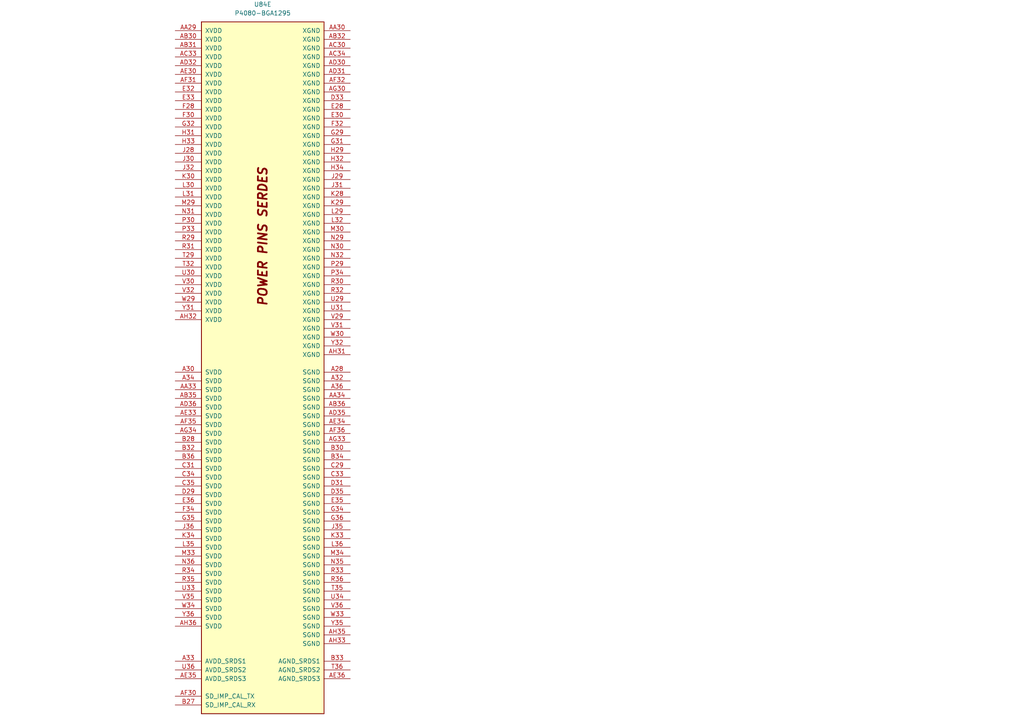
<source format=kicad_sch>
(kicad_sch (version 20250114) (generator "eeschema") (generator_version "9.0")
  (paper "A4")
  (lib_symbols
    (symbol "CPU:P4080-BGA1295" (pin_names (offset 1.016))
      (property "Reference" "U" (at 1.27 19.05 0))
      (property "Value" "P4080-BGA1295" (at 1.27 16.51 0))
      (symbol "P4080-BGA1295_1_1"
        (text "DDR SDRAM1" (at 1.27 26.67 900) (effects (font (size 2.54 2.54) (bold yes) (italic yes))))
        (pin bidirectional line (at -27.94 99.06 0) (length 7.62) (name "D1_MDQ0") (number "A17"))
        (pin bidirectional line (at -27.94 96.52 0) (length 7.62) (name "D1_MDQ1") (number "D17"))
        (pin bidirectional line (at -27.94 93.98 0) (length 7.62) (name "D1_MDQ2") (number "C14"))
        (pin bidirectional line (at -27.94 91.44 0) (length 7.62) (name "D1_MDQ3") (number "A14"))
        (pin bidirectional line (at -27.94 88.9 0) (length 7.62) (name "D1_MDQ4") (number "C17"))
        (pin bidirectional line (at -27.94 86.36 0) (length 7.62) (name "D1_MDQ5") (number "B17"))
        (pin bidirectional line (at -27.94 83.82 0) (length 7.62) (name "D1_MDQ6") (number "A15"))
        (pin bidirectional line (at -27.94 81.28 0) (length 7.62) (name "D1_MDQ7") (number "B15"))
        (pin bidirectional line (at -27.94 78.74 0) (length 7.62) (name "D1_MDQ8") (number "D15"))
        (pin bidirectional line (at -27.94 76.2 0) (length 7.62) (name "D1_MDQ9") (number "G15"))
        (pin bidirectional line (at -27.94 73.66 0) (length 7.62) (name "D1_MDQ10") (number "E12"))
        (pin bidirectional line (at -27.94 71.12 0) (length 7.62) (name "D1_MDQ11") (number "G12"))
        (pin bidirectional line (at -27.94 68.58 0) (length 7.62) (name "D1_MDQ12") (number "F16"))
        (pin bidirectional line (at -27.94 66.04 0) (length 7.62) (name "D1_MDQ13") (number "E15"))
        (pin bidirectional line (at -27.94 63.5 0) (length 7.62) (name "D1_MDQ14") (number "E13"))
        (pin bidirectional line (at -27.94 60.96 0) (length 7.62) (name "D1_MDQ15") (number "F13"))
        (pin bidirectional line (at -27.94 58.42 0) (length 7.62) (name "D1_MDQ16") (number "C8"))
        (pin bidirectional line (at -27.94 55.88 0) (length 7.62) (name "D1_MDQ17") (number "D12"))
        (pin bidirectional line (at -27.94 53.34 0) (length 7.62) (name "D1_MDQ18") (number "E9"))
        (pin bidirectional line (at -27.94 50.8 0) (length 7.62) (name "D1_MDQ19") (number "E10"))
        (pin bidirectional line (at -27.94 48.26 0) (length 7.62) (name "D1_MDQ20") (number "C11"))
        (pin bidirectional line (at -27.94 45.72 0) (length 7.62) (name "D1_MDQ21") (number "C10"))
        (pin bidirectional line (at -27.94 43.18 0) (length 7.62) (name "D1_MDQ22") (number "E6"))
        (pin bidirectional line (at -27.94 40.64 0) (length 7.62) (name "D1_MDQ23") (number "E7"))
        (pin bidirectional line (at -27.94 38.1 0) (length 7.62) (name "D1_MDQ24") (number "F7"))
        (pin bidirectional line (at -27.94 35.56 0) (length 7.62) (name "D1_MDQ25") (number "F11"))
        (pin bidirectional line (at -27.94 33.02 0) (length 7.62) (name "D1_MDQ26") (number "H10"))
        (pin bidirectional line (at -27.94 30.48 0) (length 7.62) (name "D1_MDQ27") (number "J10"))
        (pin bidirectional line (at -27.94 27.94 0) (length 7.62) (name "D1_MDQ28") (number "F10"))
        (pin bidirectional line (at -27.94 25.4 0) (length 7.62) (name "D1_MDQ29") (number "F8"))
        (pin bidirectional line (at -27.94 22.86 0) (length 7.62) (name "D1_MDQ30") (number "H7"))
        (pin bidirectional line (at -27.94 20.32 0) (length 7.62) (name "D1_MDQ31") (number "H9"))
        (pin bidirectional line (at -27.94 17.78 0) (length 7.62) (name "D1_MDQ32") (number "AC7"))
        (pin bidirectional line (at -27.94 15.24 0) (length 7.62) (name "D1_MDQ33") (number "AC6"))
        (pin bidirectional line (at -27.94 12.7 0) (length 7.62) (name "D1_MDQ34") (number "AF6"))
        (pin bidirectional line (at -27.94 10.16 0) (length 7.62) (name "D1_MDQ35") (number "AF7"))
        (pin bidirectional line (at -27.94 7.62 0) (length 7.62) (name "D1_MDQ36") (number "AB5"))
        (pin bidirectional line (at -27.94 5.08 0) (length 7.62) (name "D1_MDQ37") (number "AB6"))
        (pin bidirectional line (at -27.94 2.54 0) (length 7.62) (name "D1_MDQ38") (number "AE5"))
        (pin bidirectional line (at -27.94 0 0) (length 7.62) (name "D1_MDQ39") (number "AE6"))
        (pin bidirectional line (at -27.94 -2.54 0) (length 7.62) (name "D1_MDQ40") (number "AG5"))
        (pin bidirectional line (at -27.94 -5.08 0) (length 7.62) (name "D1_MDQ41") (number "AH9"))
        (pin bidirectional line (at -27.94 -7.62 0) (length 7.62) (name "D1_MDQ42") (number "AJ9"))
        (pin bidirectional line (at -27.94 -10.16 0) (length 7.62) (name "D1_MDQ43") (number "AJ10"))
        (pin bidirectional line (at -27.94 -12.7 0) (length 7.62) (name "D1_MDQ44") (number "AG8"))
        (pin bidirectional line (at -27.94 -15.24 0) (length 7.62) (name "D1_MDQ45") (number "AG7"))
        (pin bidirectional line (at -27.94 -17.78 0) (length 7.62) (name "D1_MDQ46") (number "AJ6"))
        (pin bidirectional line (at -27.94 -20.32 0) (length 7.62) (name "D1_MDQ47") (number "AJ7"))
        (pin bidirectional line (at -27.94 -22.86 0) (length 7.62) (name "D1_MDQ48") (number "AL9"))
        (pin bidirectional line (at -27.94 -25.4 0) (length 7.62) (name "D1_MDQ49") (number "AL8"))
        (pin bidirectional line (at -27.94 -27.94 0) (length 7.62) (name "D1_MDQ50") (number "AN10"))
        (pin bidirectional line (at -27.94 -30.48 0) (length 7.62) (name "D1_MDQ51") (number "AN11"))
        (pin bidirectional line (at -27.94 -33.02 0) (length 7.62) (name "D1_MDQ52") (number "AK8"))
        (pin bidirectional line (at -27.94 -35.56 0) (length 7.62) (name "D1_MDQ53") (number "AK7"))
        (pin bidirectional line (at -27.94 -38.1 0) (length 7.62) (name "D1_MDQ54") (number "AN7"))
        (pin bidirectional line (at -27.94 -40.64 0) (length 7.62) (name "D1_MDQ55") (number "AN8"))
        (pin bidirectional line (at -27.94 -43.18 0) (length 7.62) (name "D1_MDQ56") (number "AT9"))
        (pin bidirectional line (at -27.94 -45.72 0) (length 7.62) (name "D1_MDQ57") (number "AR10"))
        (pin bidirectional line (at -27.94 -48.26 0) (length 7.62) (name "D1_MDQ58") (number "AT13"))
        (pin bidirectional line (at -27.94 -50.8 0) (length 7.62) (name "D1_MDQ59") (number "AR13"))
        (pin bidirectional line (at -27.94 -53.34 0) (length 7.62) (name "D1_MDQ60") (number "AP9"))
        (pin bidirectional line (at -27.94 -55.88 0) (length 7.62) (name "D1_MDQ61") (number "AR9"))
        (pin bidirectional line (at -27.94 -58.42 0) (length 7.62) (name "D1_MDQ62") (number "AR12"))
        (pin bidirectional line (at -27.94 -60.96 0) (length 7.62) (name "D1_MDQ63") (number "AP12"))
        (pin bidirectional line (at -27.94 -64.77 0) (length 7.62) (name "D1_MECC0") (number "K9"))
        (pin bidirectional line (at -27.94 -67.31 0) (length 7.62) (name "D1_MECC1") (number "J5"))
        (pin bidirectional line (at -27.94 -69.85 0) (length 7.62) (name "D1_MECC2") (number "L10"))
        (pin bidirectional line (at -27.94 -72.39 0) (length 7.62) (name "D1_MECC3") (number "M10"))
        (pin bidirectional line (at -27.94 -74.93 0) (length 7.62) (name "D1_MECC4") (number "J8"))
        (pin bidirectional line (at -27.94 -77.47 0) (length 7.62) (name "D1_MECC5") (number "J7"))
        (pin bidirectional line (at -27.94 -80.01 0) (length 7.62) (name "D1_MECC6") (number "L7"))
        (pin bidirectional line (at -27.94 -82.55 0) (length 7.62) (name "D1_MECC7") (number "L9"))
        (pin input line (at -27.94 -86.36 0) (length 7.62) (name "/D1_MAPAR_ERR") (number "N8"))
        (pin output line (at -27.94 -88.9 0) (length 7.62) (name "D1_MAPAR_OUT") (number "Y7"))
        (pin bidirectional line (at -27.94 -92.71 0) (length 7.62) (name "D1_MDIC0") (number "T6"))
        (pin bidirectional line (at -27.94 -95.25 0) (length 7.62) (name "D1_MDIC1") (number "AA5"))
        (pin output line (at 30.48 99.06 180) (length 7.62) (name "D1_MBA0") (number "AA8"))
        (pin output line (at 30.48 96.52 180) (length 7.62) (name "D1_MBA1") (number "Y10"))
        (pin output line (at 30.48 93.98 180) (length 7.62) (name "D1_MBA2") (number "M8"))
        (pin output line (at 30.48 90.17 180) (length 7.62) (name "D1_MA0") (number "Y9"))
        (pin output line (at 30.48 87.63 180) (length 7.62) (name "D1_MA1") (number "U6"))
        (pin output line (at 30.48 85.09 180) (length 7.62) (name "D1_MA2") (number "U7"))
        (pin output line (at 30.48 82.55 180) (length 7.62) (name "D1_MA3") (number "U9"))
        (pin output line (at 30.48 80.01 180) (length 7.62) (name "D1_MA4") (number "U10"))
        (pin output line (at 30.48 77.47 180) (length 7.62) (name "D1_MA5") (number "T8"))
        (pin output line (at 30.48 74.93 180) (length 7.62) (name "D1_MA6") (number "T9"))
        (pin output line (at 30.48 72.39 180) (length 7.62) (name "D1_MA7") (number "R8"))
        (pin output line (at 30.48 69.85 180) (length 7.62) (name "D1_MA8") (number "R7"))
        (pin output line (at 30.48 67.31 180) (length 7.62) (name "D1_MA9") (number "P6"))
        (pin output line (at 30.48 64.77 180) (length 7.62) (name "D1_MA10") (number "AA7"))
        (pin output line (at 30.48 62.23 180) (length 7.62) (name "D1_MA11") (number "P7"))
        (pin output line (at 30.48 59.69 180) (length 7.62) (name "D1_MA12") (number "N6"))
        (pin output line (at 30.48 57.15 180) (length 7.62) (name "D1_MA13") (number "AE8"))
        (pin output line (at 30.48 54.61 180) (length 7.62) (name "D1_MA14") (number "M7"))
        (pin output line (at 30.48 52.07 180) (length 7.62) (name "D1_MA15") (number "L6"))
        (pin output line (at 30.48 48.26 180) (length 7.62) (name "/D1_MWE") (number "AB8"))
        (pin output line (at 30.48 45.72 180) (length 7.62) (name "/D1_MRAS") (number "AA10"))
        (pin output line (at 30.48 43.18 180) (length 7.62) (name "/D1_MCAS") (number "AC10"))
        (pin output line (at 30.48 39.37 180) (length 7.62) (name "/D1_MCS0") (number "AC9"))
        (pin output line (at 30.48 36.83 180) (length 7.62) (name "/D1_MCS1") (number "AE9"))
        (pin output line (at 30.48 34.29 180) (length 7.62) (name "/D1_MCS2") (number "AB9"))
        (pin output line (at 30.48 31.75 180) (length 7.62) (name "/D1_MCS3") (number "AF9"))
        (pin output line (at 30.48 27.94 180) (length 7.62) (name "D1_MCKE0") (number "P10"))
        (pin output line (at 30.48 25.4 180) (length 7.62) (name "D1_MCKE1") (number "R10"))
        (pin output line (at 30.48 22.86 180) (length 7.62) (name "D1_MCKE2") (number "P9"))
        (pin output line (at 30.48 20.32 180) (length 7.62) (name "D1_MCKE3") (number "N9"))
        (pin output line (at 30.48 16.51 180) (length 7.62) (name "D1_MCK0") (number "W6"))
        (pin output line (at 30.48 13.97 180) (length 7.62) (name "D1_MCK1") (number "V6"))
        (pin output line (at 30.48 11.43 180) (length 7.62) (name "D1_MCK2") (number "V8"))
        (pin output line (at 30.48 8.89 180) (length 7.62) (name "D1_MCK3") (number "W9"))
        (pin output line (at 30.48 6.35 180) (length 7.62) (name "D1_MCK4") (number "F1"))
        (pin output line (at 30.48 3.81 180) (length 7.62) (name "D1_MCK5") (number "AL1"))
        (pin output line (at 30.48 0 180) (length 7.62) (name "/D1_MCK0") (number "W5"))
        (pin output line (at 30.48 -2.54 180) (length 7.62) (name "/D1_MCK1") (number "V5"))
        (pin output line (at 30.48 -5.08 180) (length 7.62) (name "/D1_MCK2") (number "V9"))
        (pin output line (at 30.48 -7.62 180) (length 7.62) (name "/D1_MCK3") (number "W8"))
        (pin output line (at 30.48 -10.16 180) (length 7.62) (name "/D1_MCK4") (number "F2"))
        (pin output line (at 30.48 -12.7 180) (length 7.62) (name "/D1_MCK5") (number "AL2"))
        (pin output line (at 30.48 -16.51 180) (length 7.62) (name "D1_MODT0") (number "AD10"))
        (pin output line (at 30.48 -19.05 180) (length 7.62) (name "D1_MODT1") (number "AG10"))
        (pin output line (at 30.48 -21.59 180) (length 7.62) (name "D1_MODT2") (number "AD8"))
        (pin output line (at 30.48 -24.13 180) (length 7.62) (name "D1_MODT3") (number "AF10"))
        (pin output line (at 30.48 -27.94 180) (length 7.62) (name "D1_MDM0") (number "A16"))
        (pin output line (at 30.48 -30.48 180) (length 7.62) (name "D1_MDM1") (number "D14"))
        (pin output line (at 30.48 -33.02 180) (length 7.62) (name "D1_MDM2") (number "D11"))
        (pin output line (at 30.48 -35.56 180) (length 7.62) (name "D1_MDM3") (number "G11"))
        (pin output line (at 30.48 -38.1 180) (length 7.62) (name "D1_MDM4") (number "AD7"))
        (pin output line (at 30.48 -40.64 180) (length 7.62) (name "D1_MDM5") (number "AH8"))
        (pin output line (at 30.48 -43.18 180) (length 7.62) (name "D1_MDM6") (number "AL11"))
        (pin output line (at 30.48 -45.72 180) (length 7.62) (name "D1_MDM7") (number "AT10"))
        (pin output line (at 30.48 -48.26 180) (length 7.62) (name "D1_MDM8") (number "K8"))
        (pin bidirectional line (at 30.48 -52.07 180) (length 7.62) (name "D1_MDQS0") (number "C16"))
        (pin bidirectional line (at 30.48 -54.61 180) (length 7.62) (name "D1_MDQS1") (number "G14"))
        (pin bidirectional line (at 30.48 -57.15 180) (length 7.62) (name "D1_MDQS2") (number "D9"))
        (pin bidirectional line (at 30.48 -59.69 180) (length 7.62) (name "D1_MDQS3") (number "G9"))
        (pin bidirectional line (at 30.48 -62.23 180) (length 7.62) (name "D1_MDQS4") (number "AD5"))
        (pin bidirectional line (at 30.48 -64.77 180) (length 7.62) (name "D1_MDQS5") (number "AH6"))
        (pin bidirectional line (at 30.48 -67.31 180) (length 7.62) (name "D1_MDQS6") (number "AM10"))
        (pin bidirectional line (at 30.48 -69.85 180) (length 7.62) (name "D1_MDQS7") (number "AT12"))
        (pin bidirectional line (at 30.48 -72.39 180) (length 7.62) (name "D1_MDQS8") (number "K6"))
        (pin bidirectional line (at 30.48 -76.2 180) (length 7.62) (name "/D1_MDQS0") (number "B16"))
        (pin bidirectional line (at 30.48 -78.74 180) (length 7.62) (name "/D1_MDQS1") (number "F14"))
        (pin bidirectional line (at 30.48 -81.28 180) (length 7.62) (name "/D1_MDQS2") (number "D8"))
        (pin bidirectional line (at 30.48 -83.82 180) (length 7.62) (name "/D1_MDQS3") (number "G8"))
        (pin bidirectional line (at 30.48 -86.36 180) (length 7.62) (name "/D1_MDQS4") (number "AD4"))
        (pin bidirectional line (at 30.48 -88.9 180) (length 7.62) (name "/D1_MDQS5") (number "AH5"))
        (pin bidirectional line (at 30.48 -91.44 180) (length 7.62) (name "/D1_MDQS6") (number "AM9"))
        (pin bidirectional line (at 30.48 -93.98 180) (length 7.62) (name "/D1_MDQS7") (number "AT11"))
        (pin bidirectional line (at 30.48 -96.52 180) (length 7.62) (name "/D1_MDQS8") (number "K5"))
      )
      (symbol "P4080-BGA1295_2_1"
        (text "DDR SDRAM2" (at 1.27 26.67 900) (effects (font (size 2.54 2.54) (bold yes) (italic yes))))
        (pin bidirectional line (at -27.94 99.06 0) (length 7.62) (name "D2_MDQ0") (number "C13"))
        (pin bidirectional line (at -27.94 96.52 0) (length 7.62) (name "D2_MDQ1") (number "A12"))
        (pin bidirectional line (at -27.94 93.98 0) (length 7.62) (name "D2_MDQ2") (number "B9"))
        (pin bidirectional line (at -27.94 91.44 0) (length 7.62) (name "D2_MDQ3") (number "A8"))
        (pin bidirectional line (at -27.94 88.9 0) (length 7.62) (name "D2_MDQ4") (number "A13"))
        (pin bidirectional line (at -27.94 86.36 0) (length 7.62) (name "D2_MDQ5") (number "B13"))
        (pin bidirectional line (at -27.94 83.82 0) (length 7.62) (name "D2_MDQ6") (number "B10"))
        (pin bidirectional line (at -27.94 81.28 0) (length 7.62) (name "D2_MDQ7") (number "A9"))
        (pin bidirectional line (at -27.94 78.74 0) (length 7.62) (name "D2_MDQ8") (number "A7"))
        (pin bidirectional line (at -27.94 76.2 0) (length 7.62) (name "D2_MDQ9") (number "D6"))
        (pin bidirectional line (at -27.94 73.66 0) (length 7.62) (name "D2_MDQ10") (number "A4"))
        (pin bidirectional line (at -27.94 71.12 0) (length 7.62) (name "D2_MDQ11") (number "B4"))
        (pin bidirectional line (at -27.94 68.58 0) (length 7.62) (name "D2_MDQ12") (number "C7"))
        (pin bidirectional line (at -27.94 66.04 0) (length 7.62) (name "D2_MDQ13") (number "B7"))
        (pin bidirectional line (at -27.94 63.5 0) (length 7.62) (name "D2_MDQ14") (number "C5"))
        (pin bidirectional line (at -27.94 60.96 0) (length 7.62) (name "D2_MDQ15") (number "D5"))
        (pin bidirectional line (at -27.94 58.42 0) (length 7.62) (name "D2_MDQ16") (number "B1"))
        (pin bidirectional line (at -27.94 55.88 0) (length 7.62) (name "D2_MDQ17") (number "B3"))
        (pin bidirectional line (at -27.94 53.34 0) (length 7.62) (name "D2_MDQ18") (number "D3"))
        (pin bidirectional line (at -27.94 50.8 0) (length 7.62) (name "D2_MDQ19") (number "E1"))
        (pin bidirectional line (at -27.94 48.26 0) (length 7.62) (name "D2_MDQ20") (number "A3"))
        (pin bidirectional line (at -27.94 45.72 0) (length 7.62) (name "D2_MDQ21") (number "A2"))
        (pin bidirectional line (at -27.94 43.18 0) (length 7.62) (name "D2_MDQ22") (number "D1"))
        (pin bidirectional line (at -27.94 40.64 0) (length 7.62) (name "D2_MDQ23") (number "D2"))
        (pin bidirectional line (at -27.94 38.1 0) (length 7.62) (name "D2_MDQ24") (number "F4"))
        (pin bidirectional line (at -27.94 35.56 0) (length 7.62) (name "D2_MDQ25") (number "F5"))
        (pin bidirectional line (at -27.94 33.02 0) (length 7.62) (name "D2_MDQ26") (number "H4"))
        (pin bidirectional line (at -27.94 30.48 0) (length 7.62) (name "D2_MDQ27") (number "H6"))
        (pin bidirectional line (at -27.94 27.94 0) (length 7.62) (name "D2_MDQ28") (number "E4"))
        (pin bidirectional line (at -27.94 25.4 0) (length 7.62) (name "D2_MDQ29") (number "E3"))
        (pin bidirectional line (at -27.94 22.86 0) (length 7.62) (name "D2_MDQ30") (number "H3"))
        (pin bidirectional line (at -27.94 20.32 0) (length 7.62) (name "D2_MDQ31") (number "H1"))
        (pin bidirectional line (at -27.94 17.78 0) (length 7.62) (name "D2_MDQ32") (number "AG4"))
        (pin bidirectional line (at -27.94 15.24 0) (length 7.62) (name "D2_MDQ33") (number "AG2"))
        (pin bidirectional line (at -27.94 12.7 0) (length 7.62) (name "D2_MDQ34") (number "AJ3"))
        (pin bidirectional line (at -27.94 10.16 0) (length 7.62) (name "D2_MDQ35") (number "AJ1"))
        (pin bidirectional line (at -27.94 7.62 0) (length 7.62) (name "D2_MDQ36") (number "AF4"))
        (pin bidirectional line (at -27.94 5.08 0) (length 7.62) (name "D2_MDQ37") (number "AF3"))
        (pin bidirectional line (at -27.94 2.54 0) (length 7.62) (name "D2_MDQ38") (number "AH1"))
        (pin bidirectional line (at -27.94 0 0) (length 7.62) (name "D2_MDQ39") (number "AJ4"))
        (pin bidirectional line (at -27.94 -2.54 0) (length 7.62) (name "D2_MDQ40") (number "AL6"))
        (pin bidirectional line (at -27.94 -5.08 0) (length 7.62) (name "D2_MDQ41") (number "AL5"))
        (pin bidirectional line (at -27.94 -7.62 0) (length 7.62) (name "D2_MDQ42") (number "AN4"))
        (pin bidirectional line (at -27.94 -10.16 0) (length 7.62) (name "D2_MDQ43") (number "AN5"))
        (pin bidirectional line (at -27.94 -12.7 0) (length 7.62) (name "D2_MDQ44") (number "AK5"))
        (pin bidirectional line (at -27.94 -15.24 0) (length 7.62) (name "D2_MDQ45") (number "AK4"))
        (pin bidirectional line (at -27.94 -17.78 0) (length 7.62) (name "D2_MDQ46") (number "AM6"))
        (pin bidirectional line (at -27.94 -20.32 0) (length 7.62) (name "D2_MDQ47") (number "AM7"))
        (pin bidirectional line (at -27.94 -22.86 0) (length 7.62) (name "D2_MDQ48") (number "AN1"))
        (pin bidirectional line (at -27.94 -25.4 0) (length 7.62) (name "D2_MDQ49") (number "AP3"))
        (pin bidirectional line (at -27.94 -27.94 0) (length 7.62) (name "D2_MDQ50") (number "AT1"))
        (pin bidirectional line (at -27.94 -30.48 0) (length 7.62) (name "D2_MDQ51") (number "AT2"))
        (pin bidirectional line (at -27.94 -33.02 0) (length 7.62) (name "D2_MDQ52") (number "AM1"))
        (pin bidirectional line (at -27.94 -35.56 0) (length 7.62) (name "D2_MDQ53") (number "AN2"))
        (pin bidirectional line (at -27.94 -38.1 0) (length 7.62) (name "D2_MDQ54") (number "AR3"))
        (pin bidirectional line (at -27.94 -40.64 0) (length 7.62) (name "D2_MDQ55") (number "AT3"))
        (pin bidirectional line (at -27.94 -43.18 0) (length 7.62) (name "D2_MDQ56") (number "AP5"))
        (pin bidirectional line (at -27.94 -45.72 0) (length 7.62) (name "D2_MDQ57") (number "AT5"))
        (pin bidirectional line (at -27.94 -48.26 0) (length 7.62) (name "D2_MDQ58") (number "AP8"))
        (pin bidirectional line (at -27.94 -50.8 0) (length 7.62) (name "D2_MDQ59") (number "AT8"))
        (pin bidirectional line (at -27.94 -53.34 0) (length 7.62) (name "D2_MDQ60") (number "AR4"))
        (pin bidirectional line (at -27.94 -55.88 0) (length 7.62) (name "D2_MDQ61") (number "AT4"))
        (pin bidirectional line (at -27.94 -58.42 0) (length 7.62) (name "D2_MDQ62") (number "AR7"))
        (pin bidirectional line (at -27.94 -60.96 0) (length 7.62) (name "D2_MDQ63") (number "AT7"))
        (pin bidirectional line (at -27.94 -64.77 0) (length 7.62) (name "D2_MECC0") (number "J1"))
        (pin bidirectional line (at -27.94 -67.31 0) (length 7.62) (name "D2_MECC1") (number "K3"))
        (pin bidirectional line (at -27.94 -69.85 0) (length 7.62) (name "D2_MECC2") (number "M5"))
        (pin bidirectional line (at -27.94 -72.39 0) (length 7.62) (name "D2_MECC3") (number "N5"))
        (pin bidirectional line (at -27.94 -74.93 0) (length 7.62) (name "D2_MECC4") (number "J4"))
        (pin bidirectional line (at -27.94 -77.47 0) (length 7.62) (name "D2_MECC5") (number "J2"))
        (pin bidirectional line (at -27.94 -80.01 0) (length 7.62) (name "D2_MECC6") (number "L3"))
        (pin bidirectional line (at -27.94 -82.55 0) (length 7.62) (name "D2_MECC7") (number "L4"))
        (pin input line (at -27.94 -86.36 0) (length 7.62) (name "/D2_MAPA_ERR") (number "N2"))
        (pin output line (at -27.94 -88.9 0) (length 7.62) (name "D2_MAPAR_OUT") (number "Y1"))
        (pin bidirectional line (at -27.94 -92.71 0) (length 7.62) (name "D2_MDIC0") (number "AA4"))
        (pin bidirectional line (at -27.94 -95.25 0) (length 7.62) (name "D2_MDIC1") (number "Y6"))
        (pin output line (at 30.48 99.06 180) (length 7.62) (name "D2_MBA0") (number "AA3"))
        (pin output line (at 30.48 96.52 180) (length 7.62) (name "D2_MBA1") (number "AA1"))
        (pin output line (at 30.48 93.98 180) (length 7.62) (name "D2_MBA2") (number "M1"))
        (pin output line (at 30.48 90.17 180) (length 7.62) (name "D2_MA0") (number "Y4"))
        (pin output line (at 30.48 87.63 180) (length 7.62) (name "D2_MA1") (number "U1"))
        (pin output line (at 30.48 85.09 180) (length 7.62) (name "D2_MA2") (number "U4"))
        (pin output line (at 30.48 82.55 180) (length 7.62) (name "D2_MA3") (number "T1"))
        (pin output line (at 30.48 80.01 180) (length 7.62) (name "D2_MA4") (number "T2"))
        (pin output line (at 30.48 77.47 180) (length 7.62) (name "D2_MA5") (number "T3"))
        (pin output line (at 30.48 74.93 180) (length 7.62) (name "D2_MA6") (number "R1"))
        (pin output line (at 30.48 72.39 180) (length 7.62) (name "D2_MA7") (number "R4"))
        (pin output line (at 30.48 69.85 180) (length 7.62) (name "D2_MA8") (number "R2"))
        (pin output line (at 30.48 67.31 180) (length 7.62) (name "D2_MA9") (number "P1"))
        (pin output line (at 30.48 64.77 180) (length 7.62) (name "D2_MA10") (number "AA2"))
        (pin output line (at 30.48 62.23 180) (length 7.62) (name "D2_MA11") (number "P3"))
        (pin output line (at 30.48 59.69 180) (length 7.62) (name "D2_MA12") (number "N1"))
        (pin output line (at 30.48 57.15 180) (length 7.62) (name "D2_MA13") (number "AC4"))
        (pin output line (at 30.48 54.61 180) (length 7.62) (name "D2_MA14") (number "N3"))
        (pin output line (at 30.48 52.07 180) (length 7.62) (name "D2_MA15") (number "M2"))
        (pin output line (at 30.48 48.26 180) (length 7.62) (name "/D2_MWE") (number "AB2"))
        (pin output line (at 30.48 45.72 180) (length 7.62) (name "/D2_MRAS") (number "AB1"))
        (pin output line (at 30.48 43.18 180) (length 7.62) (name "/D2_MCAS") (number "AC3"))
        (pin output line (at 30.48 39.37 180) (length 7.62) (name "/D2_MCS0") (number "AC1"))
        (pin output line (at 30.48 36.83 180) (length 7.62) (name "/D2_MCS1") (number "AE1"))
        (pin output line (at 30.48 34.29 180) (length 7.62) (name "/D2_MCS2") (number "AB3"))
        (pin output line (at 30.48 31.75 180) (length 7.62) (name "/D2_MCS3") (number "AE2"))
        (pin output line (at 30.48 27.94 180) (length 7.62) (name "D2_MCKE0") (number "R5"))
        (pin output line (at 30.48 25.4 180) (length 7.62) (name "D2_MCKE1") (number "T5"))
        (pin output line (at 30.48 22.86 180) (length 7.62) (name "D2_MCKE2") (number "P4"))
        (pin output line (at 30.48 20.32 180) (length 7.62) (name "D2_MCKE3") (number "M4"))
        (pin output line (at 30.48 16.51 180) (length 7.62) (name "D2_MCK0") (number "W3"))
        (pin output line (at 30.48 13.97 180) (length 7.62) (name "D2_MCK1") (number "V3"))
        (pin output line (at 30.48 11.43 180) (length 7.62) (name "D2_MCK2") (number "V1"))
        (pin output line (at 30.48 8.89 180) (length 7.62) (name "D2_MCK3") (number "W2"))
        (pin output line (at 30.48 6.35 180) (length 7.62) (name "D2_MCK4") (number "G1"))
        (pin output line (at 30.48 3.81 180) (length 7.62) (name "D2_MCK5") (number "AK2"))
        (pin output line (at 30.48 0 180) (length 7.62) (name "/D2_MCK0") (number "W4"))
        (pin output line (at 30.48 -2.54 180) (length 7.62) (name "/D2_MCK1") (number "V4"))
        (pin output line (at 30.48 -5.08 180) (length 7.62) (name "/D2_MCK2") (number "V2"))
        (pin output line (at 30.48 -7.62 180) (length 7.62) (name "/D2_MCK3") (number "W1"))
        (pin output line (at 30.48 -10.16 180) (length 7.62) (name "/D2_MCK4") (number "G2"))
        (pin output line (at 30.48 -12.7 180) (length 7.62) (name "/D2_MCK5") (number "AK1"))
        (pin output line (at 30.48 -16.51 180) (length 7.62) (name "D2_MODT0") (number "AD2"))
        (pin output line (at 30.48 -19.05 180) (length 7.62) (name "D2_MODT1") (number "AF1"))
        (pin output line (at 30.48 -21.59 180) (length 7.62) (name "D2_MODT2") (number "AD1"))
        (pin output line (at 30.48 -24.13 180) (length 7.62) (name "D2_MODT3") (number "AE3"))
        (pin output line (at 30.48 -27.94 180) (length 7.62) (name "D2_MDM0") (number "B12"))
        (pin output line (at 30.48 -30.48 180) (length 7.62) (name "D2_MDM1") (number "B6"))
        (pin output line (at 30.48 -33.02 180) (length 7.62) (name "D2_MDM2") (number "C4"))
        (pin output line (at 30.48 -35.56 180) (length 7.62) (name "D2_MDM3") (number "G3"))
        (pin output line (at 30.48 -38.1 180) (length 7.62) (name "D2_MDM4") (number "AG1"))
        (pin output line (at 30.48 -40.64 180) (length 7.62) (name "D2_MDM5") (number "AL3"))
        (pin output line (at 30.48 -43.18 180) (length 7.62) (name "D2_MDM6") (number "AP2"))
        (pin output line (at 30.48 -45.72 180) (length 7.62) (name "D2_MDM7") (number "AP6"))
        (pin output line (at 30.48 -48.26 180) (length 7.62) (name "D2_MDM8") (number "K2"))
        (pin bidirectional line (at 30.48 -52.07 180) (length 7.62) (name "D2_MDQS0") (number "A10"))
        (pin bidirectional line (at 30.48 -54.61 180) (length 7.62) (name "D2_MDQS1") (number "A5"))
        (pin bidirectional line (at 30.48 -57.15 180) (length 7.62) (name "D2_MDQS2") (number "C2"))
        (pin bidirectional line (at 30.48 -59.69 180) (length 7.62) (name "D2_MDQS3") (number "G6"))
        (pin bidirectional line (at 30.48 -62.23 180) (length 7.62) (name "D2_MDQS4") (number "AH2"))
        (pin bidirectional line (at 30.48 -64.77 180) (length 7.62) (name "D2_MDQS5") (number "AM4"))
        (pin bidirectional line (at 30.48 -67.31 180) (length 7.62) (name "D2_MDQS6") (number "AR1"))
        (pin bidirectional line (at 30.48 -69.85 180) (length 7.62) (name "D2_MDQS7") (number "AR6"))
        (pin bidirectional line (at 30.48 -72.39 180) (length 7.62) (name "D2_MDQS8") (number "L1"))
        (pin bidirectional line (at 30.48 -76.2 180) (length 7.62) (name "/D2_MDQS0") (number "A11"))
        (pin bidirectional line (at 30.48 -78.74 180) (length 7.62) (name "/D2_MDQS1") (number "A6"))
        (pin bidirectional line (at 30.48 -81.28 180) (length 7.62) (name "/D2_MDQS2") (number "C1"))
        (pin bidirectional line (at 30.48 -83.82 180) (length 7.62) (name "/D2_MDQS3") (number "G5"))
        (pin bidirectional line (at 30.48 -86.36 180) (length 7.62) (name "/D2_MDQS4") (number "AH3"))
        (pin bidirectional line (at 30.48 -88.9 180) (length 7.62) (name "/D2_MDQS5") (number "AM3"))
        (pin bidirectional line (at 30.48 -91.44 180) (length 7.62) (name "/D2_MDQS6") (number "AP1"))
        (pin bidirectional line (at 30.48 -93.98 180) (length 7.62) (name "/D2_MDQS7") (number "AT6"))
        (pin bidirectional line (at 30.48 -96.52 180) (length 7.62) (name "/D2_MDQS8") (number "K1"))
      )
      (symbol "P4080-BGA1295_3_1"
        (text "PROG INTERRUPT" (at -13.97 -5.08 0) (effects (font (size 1.27 1.27) (bold yes) (italic yes))))
        (text "CONTROLLER" (at -13.97 -7.62 0) (effects (font (size 1.27 1.27) (bold yes) (italic yes))))
        (text "GENERAL-PURPOSE" (at -8.89 -64.77 0) (effects (font (size 1.524 1.524) (bold yes) (italic yes))))
        (text "INPUT/OUTPUT" (at -8.89 -68.58 0) (effects (font (size 1.524 1.524) (bold yes) (italic yes))))
        (text "LOCAL BUS CONTROLLER" (at 0 69.85 0) (effects (font (size 1.524 1.524) (bold yes) (italic yes))))
        (text "INTERFACE" (at 0 66.04 0) (effects (font (size 1.524 1.524) (bold yes) (italic yes))))
        (text "DMA" (at 0 7.62 0) (effects (font (size 1.524 1.524) (bold yes) (italic yes))))
        (pin bidirectional line (at -30.48 86.36 0) (length 7.62) (name "LAD0") (number "K26"))
        (pin bidirectional line (at -30.48 83.82 0) (length 7.62) (name "LAD1") (number "L26"))
        (pin bidirectional line (at -30.48 81.28 0) (length 7.62) (name "LAD2") (number "J26"))
        (pin bidirectional line (at -30.48 78.74 0) (length 7.62) (name "LAD3") (number "H25"))
        (pin bidirectional line (at -30.48 76.2 0) (length 7.62) (name "LAD4") (number "F25"))
        (pin bidirectional line (at -30.48 73.66 0) (length 7.62) (name "LAD5") (number "H24"))
        (pin bidirectional line (at -30.48 71.12 0) (length 7.62) (name "LAD6") (number "G24"))
        (pin bidirectional line (at -30.48 68.58 0) (length 7.62) (name "LAD7") (number "G23"))
        (pin bidirectional line (at -30.48 66.04 0) (length 7.62) (name "LAD8") (number "E23"))
        (pin bidirectional line (at -30.48 63.5 0) (length 7.62) (name "LAD9") (number "D23"))
        (pin bidirectional line (at -30.48 60.96 0) (length 7.62) (name "LAD10") (number "J22"))
        (pin bidirectional line (at -30.48 58.42 0) (length 7.62) (name "LAD11") (number "G22"))
        (pin bidirectional line (at -30.48 55.88 0) (length 7.62) (name "LAD12") (number "F19"))
        (pin bidirectional line (at -30.48 53.34 0) (length 7.62) (name "LAD13") (number "J18"))
        (pin bidirectional line (at -30.48 50.8 0) (length 7.62) (name "LAD14") (number "K18"))
        (pin bidirectional line (at -30.48 48.26 0) (length 7.62) (name "LAD15") (number "J17"))
        (pin bidirectional line (at -30.48 43.18 0) (length 7.62) (name "LDP0") (number "J24"))
        (pin bidirectional line (at -30.48 40.64 0) (length 7.62) (name "LDP1") (number "K23"))
        (pin output line (at -30.48 35.56 0) (length 7.62) (name "LGPL0") (number "B25"))
        (pin output line (at -30.48 33.02 0) (length 7.62) (name "LGPL1") (number "E25"))
        (pin output line (at -30.48 30.48 0) (length 7.62) (name "LGPL2") (number "D25"))
        (pin output line (at -30.48 27.94 0) (length 7.62) (name "LGPL3") (number "H26"))
        (pin bidirectional line (at -30.48 25.4 0) (length 7.62) (name "LGPL4") (number "C25"))
        (pin output line (at -30.48 22.86 0) (length 7.62) (name "LGPL5") (number "E26"))
        (pin output line (at -30.48 16.51 0) (length 7.62) (name "LCLK0") (number "C24"))
        (pin output line (at -30.48 13.97 0) (length 7.62) (name "LCLK1") (number "C23"))
        (pin input line (at -30.48 -10.16 0) (length 7.62) (name "IRQ0") (number "AJ16"))
        (pin input line (at -30.48 -12.7 0) (length 7.62) (name "IRQ1") (number "AH16"))
        (pin input line (at -30.48 -15.24 0) (length 7.62) (name "IRQ2") (number "AK12"))
        (pin input line (at -30.48 -17.78 0) (length 7.62) (name "IRQ3/GPIO21") (number "AJ15"))
        (pin input line (at -30.48 -20.32 0) (length 7.62) (name "IRQ4/GPIO22") (number "AH17"))
        (pin input line (at -30.48 -22.86 0) (length 7.62) (name "IRQ5/GPIO23") (number "AJ13"))
        (pin input line (at -30.48 -25.4 0) (length 7.62) (name "IRQ6/GPIO24") (number "AG17"))
        (pin input line (at -30.48 -27.94 0) (length 7.62) (name "IRQ7/GPIO25") (number "AM13"))
        (pin input line (at -30.48 -30.48 0) (length 7.62) (name "IRQ8/GPIO26") (number "AG13"))
        (pin input line (at -30.48 -33.02 0) (length 7.62) (name "IRQ9/GPIO27") (number "AK11"))
        (pin input line (at -30.48 -38.1 0) (length 7.62) (name "IRQ11/GPIO29") (number "AL12"))
        (pin output line (at -30.48 -41.91 0) (length 7.62) (name "/IRQ_OUT/EVT9") (number "AK14"))
        (pin input line (at -30.48 -45.72 0) (length 7.62) (name "/TMP_DETECT") (number "AN19"))
        (pin output line (at 30.48 86.36 180) (length 7.62) (name "LA16") (number "J25"))
        (pin output line (at 30.48 83.82 180) (length 7.62) (name "LA17") (number "G25"))
        (pin output line (at 30.48 81.28 180) (length 7.62) (name "LA18") (number "H23"))
        (pin output line (at 30.48 78.74 180) (length 7.62) (name "LA19") (number "F22"))
        (pin output line (at 30.48 76.2 180) (length 7.62) (name "LA20") (number "H22"))
        (pin output line (at 30.48 73.66 180) (length 7.62) (name "LA21") (number "E21"))
        (pin output line (at 30.48 71.12 180) (length 7.62) (name "LA22") (number "F21"))
        (pin output line (at 30.48 68.58 180) (length 7.62) (name "LA23") (number "H21"))
        (pin output line (at 30.48 66.04 180) (length 7.62) (name "LA24") (number "K21"))
        (pin output line (at 30.48 63.5 180) (length 7.62) (name "LA25") (number "G20"))
        (pin output line (at 30.48 60.96 180) (length 7.62) (name "LA26") (number "J20"))
        (pin output line (at 30.48 58.42 180) (length 7.62) (name "LA27") (number "K20"))
        (pin output line (at 30.48 55.88 180) (length 7.62) (name "LA28") (number "G19"))
        (pin output line (at 30.48 53.34 180) (length 7.62) (name "LA29") (number "H19"))
        (pin output line (at 30.48 50.8 180) (length 7.62) (name "LA30") (number "J19"))
        (pin output line (at 30.48 48.26 180) (length 7.62) (name "LA31") (number "G18"))
        (pin output line (at 30.48 44.45 180) (length 7.62) (name "/LCS0") (number "D19"))
        (pin output line (at 30.48 41.91 180) (length 7.62) (name "/LCS1") (number "D20"))
        (pin output line (at 30.48 39.37 180) (length 7.62) (name "/LCS2") (number "E20"))
        (pin output line (at 30.48 36.83 180) (length 7.62) (name "/LCS3") (number "D21"))
        (pin output line (at 30.48 34.29 180) (length 7.62) (name "/LCS4") (number "D22"))
        (pin output line (at 30.48 31.75 180) (length 7.62) (name "/LCS5") (number "B23"))
        (pin output line (at 30.48 29.21 180) (length 7.62) (name "/LCS6") (number "F24"))
        (pin output line (at 30.48 26.67 180) (length 7.62) (name "/LCS7") (number "G26"))
        (pin output line (at 30.48 22.86 180) (length 7.62) (name "/LWE0") (number "D24"))
        (pin output line (at 30.48 20.32 180) (length 7.62) (name "/LWE1") (number "A24"))
        (pin output line (at 30.48 16.51 180) (length 7.62) (name "LBCTL") (number "C22"))
        (pin bidirectional line (at 30.48 13.97 180) (length 7.62) (name "LALE") (number "A23"))
        (pin output line (at 30.48 6.35 180) (length 7.62) (name "/DMA1_DDONE0") (number "AN21"))
        (pin output line (at 30.48 2.54 180) (length 7.62) (name "/DMA2_DACK0") (number "AG19"))
        (pin output line (at 30.48 0 180) (length 7.62) (name "/DMA2_DDONE0") (number "AP20"))
        (pin bidirectional line (at 30.48 -5.08 180) (length 7.62) (name "GPIO0") (number "AL21"))
        (pin bidirectional line (at 30.48 -7.62 180) (length 7.62) (name "GPIO1") (number "AK22"))
        (pin bidirectional line (at 30.48 -10.16 180) (length 7.62) (name "GPIO2") (number "AM20"))
        (pin bidirectional line (at 30.48 -12.7 180) (length 7.62) (name "GPIO3") (number "AN20"))
        (pin bidirectional line (at 30.48 -15.24 180) (length 7.62) (name "GPIO4") (number "AH21"))
        (pin bidirectional line (at 30.48 -17.78 180) (length 7.62) (name "GPIO5") (number "AJ21"))
        (pin bidirectional line (at 30.48 -20.32 180) (length 7.62) (name "GPIO6") (number "AK21"))
        (pin bidirectional line (at 30.48 -22.86 180) (length 7.62) (name "GPIO7") (number "AG20"))
        (pin bidirectional line (at 30.48 -25.4 180) (length 7.62) (name "GPIO8/UART1_SOUT") (number "AL22"))
        (pin bidirectional line (at 30.48 -27.94 180) (length 7.62) (name "GPIO9/UART2_SOUT") (number "AJ22"))
        (pin bidirectional line (at 30.48 -30.48 180) (length 7.62) (name "GPIO10/UART1_SIN") (number "AR23"))
        (pin bidirectional line (at 30.48 -33.02 180) (length 7.62) (name "GPIO11/UART2_SIN") (number "AN23"))
        (pin bidirectional line (at 30.48 -35.56 180) (length 7.62) (name "GPIO12/RTS/UART3_SOUT") (number "AM22"))
        (pin bidirectional line (at 30.48 -38.1 180) (length 7.62) (name "GPIO13/RTS/UART4_SOUT") (number "AK23"))
        (pin bidirectional line (at 30.48 -40.64 180) (length 7.62) (name "GPIO14/CTS/UART3_SIN") (number "AP22"))
        (pin bidirectional line (at 30.48 -43.18 180) (length 7.62) (name "GPIO15/CTS/UART4_SIN") (number "AH23"))
        (pin bidirectional line (at 30.48 -45.72 180) (length 7.62) (name "GPIO16/IIC3_SCL/SDHC_CD") (number "AK13"))
        (pin bidirectional line (at 30.48 -48.26 180) (length 7.62) (name "GPIO17/IIC3_SDA/SDHC_WP") (number "AM14"))
        (pin bidirectional line (at 30.48 -50.8 180) (length 7.62) (name "GPIO18/DMA1_DREQ0") (number "AP21"))
        (pin bidirectional line (at 30.48 -53.34 180) (length 7.62) (name "GPIO19/DMA1_DACK0") (number "AL19"))
        (pin bidirectional line (at 30.48 -55.88 180) (length 7.62) (name "GPIO20/DMA2_DREQ0/ALT_MDVAL") (number "AJ20"))
        (pin bidirectional line (at 30.48 -76.2 180) (length 7.62) (name "GPIO28/IRQ10") (number "AH14"))
        (pin bidirectional line (at 30.48 -81.28 180) (length 7.62) (name "GPIO30/TSEC_1588_ALARM_OUT2") (number "AK35"))
        (pin bidirectional line (at 30.48 -83.82 180) (length 7.62) (name "GPIO31/TSEC_1588_PULSE_OUT2") (number "AJ34"))
      )
      (symbol "P4080-BGA1295_4_1"
        (text "SERDES" (at 0 29.21 0) (effects (font (size 2.54 2.54) (bold yes) (italic yes))))
        (pin input line (at -27.94 55.88 0) (length 7.62) (name "SD_RX0") (number "C28"))
        (pin input line (at -27.94 53.34 0) (length 7.62) (name "SD_RX1") (number "A29"))
        (pin input line (at -27.94 50.8 0) (length 7.62) (name "SD_RX2") (number "C30"))
        (pin input line (at -27.94 48.26 0) (length 7.62) (name "SD_RX3") (number "A31"))
        (pin input line (at -27.94 45.72 0) (length 7.62) (name "SD_RX4") (number "D36"))
        (pin input line (at -27.94 43.18 0) (length 7.62) (name "SD_RX5") (number "F36"))
        (pin input line (at -27.94 40.64 0) (length 7.62) (name "SD_RX6") (number "H36"))
        (pin input line (at -27.94 38.1 0) (length 7.62) (name "SD_RX7") (number "K36"))
        (pin input line (at -27.94 35.56 0) (length 7.62) (name "SD_RX8") (number "L34"))
        (pin input line (at -27.94 33.02 0) (length 7.62) (name "SD_RX9") (number "M36"))
        (pin input line (at -27.94 30.48 0) (length 7.62) (name "SD_RX10") (number "P36"))
        (pin input line (at -27.94 27.94 0) (length 7.62) (name "SD_RX11") (number "T34"))
        (pin input line (at -27.94 25.4 0) (length 7.62) (name "SD_RX12") (number "W36"))
        (pin input line (at -27.94 22.86 0) (length 7.62) (name "SD_RX13") (number "Y34"))
        (pin input line (at -27.94 20.32 0) (length 7.62) (name "SD_RX14") (number "AA36"))
        (pin input line (at -27.94 17.78 0) (length 7.62) (name "SD_RX15") (number "AC36"))
        (pin input line (at -27.94 15.24 0) (length 7.62) (name "SD_RX16") (number "AF34"))
        (pin input line (at -27.94 12.7 0) (length 7.62) (name "SD_RX17") (number "AG36"))
        (pin input line (at -27.94 7.62 0) (length 7.62) (name "/SD_RX0") (number "D28"))
        (pin input line (at -27.94 5.08 0) (length 7.62) (name "/SD_RX1") (number "B29"))
        (pin input line (at -27.94 2.54 0) (length 7.62) (name "/SD_RX2") (number "D30"))
        (pin input line (at -27.94 0 0) (length 7.62) (name "/SD_RX3") (number "B31"))
        (pin input line (at -27.94 -2.54 0) (length 7.62) (name "/SD_RX4") (number "C36"))
        (pin input line (at -27.94 -5.08 0) (length 7.62) (name "/SD_RX5") (number "F35"))
        (pin input line (at -27.94 -7.62 0) (length 7.62) (name "/SD_RX6") (number "H35"))
        (pin input line (at -27.94 -10.16 0) (length 7.62) (name "/SD_RX7") (number "K35"))
        (pin input line (at -27.94 -12.7 0) (length 7.62) (name "/SD_RX8") (number "L33"))
        (pin input line (at -27.94 -15.24 0) (length 7.62) (name "/SD_RX9") (number "M35"))
        (pin input line (at -27.94 -17.78 0) (length 7.62) (name "/SD_RX10") (number "P35"))
        (pin input line (at -27.94 -20.32 0) (length 7.62) (name "/SD_RX11") (number "T33"))
        (pin input line (at -27.94 -22.86 0) (length 7.62) (name "/SD_RX12") (number "W35"))
        (pin input line (at -27.94 -25.4 0) (length 7.62) (name "/SD_RX13") (number "Y33"))
        (pin input line (at -27.94 -27.94 0) (length 7.62) (name "/SD_RX14") (number "AA35"))
        (pin input line (at -27.94 -30.48 0) (length 7.62) (name "/SD_RX15") (number "AC35"))
        (pin input line (at -27.94 -33.02 0) (length 7.62) (name "/SD_RX16") (number "AF33"))
        (pin input line (at -27.94 -35.56 0) (length 7.62) (name "/SD_RX17") (number "AG35"))
        (pin input line (at -27.94 -40.64 0) (length 7.62) (name "SD_REF_CLK1") (number "A35"))
        (pin input line (at -27.94 -43.18 0) (length 7.62) (name "/SD_REF_CLK1") (number "B35"))
        (pin input line (at -27.94 -45.72 0) (length 7.62) (name "SD_REF_CLK2") (number "V34"))
        (pin input line (at -27.94 -48.26 0) (length 7.62) (name "/SD_REF_CLK2") (number "V33"))
        (pin input line (at -27.94 -50.8 0) (length 7.62) (name "SD_REF_CLK3") (number "AC32"))
        (pin input line (at -27.94 -53.34 0) (length 7.62) (name "/SD_REF_CLK3") (number "AC31"))
        (pin output line (at 27.94 55.88 180) (length 7.62) (name "SD_TX0") (number "H28"))
        (pin output line (at 27.94 53.34 180) (length 7.62) (name "SD_TX1") (number "F29"))
        (pin output line (at 27.94 50.8 180) (length 7.62) (name "SD_TX2") (number "H30"))
        (pin output line (at 27.94 48.26 180) (length 7.62) (name "SD_TX3") (number "F31"))
        (pin output line (at 27.94 45.72 180) (length 7.62) (name "SD_TX4") (number "D34"))
        (pin output line (at 27.94 43.18 180) (length 7.62) (name "SD_TX5") (number "G33"))
        (pin output line (at 27.94 40.64 180) (length 7.62) (name "SD_TX6") (number "J33"))
        (pin output line (at 27.94 38.1 180) (length 7.62) (name "SD_TX7") (number "K31"))
        (pin output line (at 27.94 35.56 180) (length 7.62) (name "SD_TX8") (number "M31"))
        (pin output line (at 27.94 33.02 180) (length 7.62) (name "SD_TX9") (number "N33"))
        (pin output line (at 27.94 30.48 180) (length 7.62) (name "SD_TX10") (number "P31"))
        (pin output line (at 27.94 27.94 180) (length 7.62) (name "SD_TX11") (number "T30"))
        (pin output line (at 27.94 25.4 180) (length 7.62) (name "SD_TX12") (number "W31"))
        (pin output line (at 27.94 22.86 180) (length 7.62) (name "SD_TX13") (number "Y29"))
        (pin output line (at 27.94 20.32 180) (length 7.62) (name "SD_TX14") (number "AA31"))
        (pin output line (at 27.94 17.78 180) (length 7.62) (name "SD_TX15") (number "AB33"))
        (pin output line (at 27.94 15.24 180) (length 7.62) (name "SD_TX16") (number "AE31"))
        (pin output line (at 27.94 12.7 180) (length 7.62) (name "SD_TX17") (number "AG31"))
        (pin output line (at 27.94 7.62 180) (length 7.62) (name "/SD_TX0") (number "G28"))
        (pin output line (at 27.94 5.08 180) (length 7.62) (name "/SD_TX1") (number "E29"))
        (pin output line (at 27.94 2.54 180) (length 7.62) (name "/SD_TX2") (number "G30"))
        (pin output line (at 27.94 0 180) (length 7.62) (name "/SD_TX3") (number "E31"))
        (pin output line (at 27.94 -2.54 180) (length 7.62) (name "/SD_TX4") (number "E34"))
        (pin output line (at 27.94 -5.08 180) (length 7.62) (name "/SD_TX5") (number "F33"))
        (pin output line (at 27.94 -7.62 180) (length 7.62) (name "/SD_TX6") (number "J34"))
        (pin output line (at 27.94 -10.16 180) (length 7.62) (name "/SD_TX7") (number "K32"))
        (pin output line (at 27.94 -12.7 180) (length 7.62) (name "/SD_TX8") (number "M32"))
        (pin output line (at 27.94 -15.24 180) (length 7.62) (name "/SD_TX9") (number "N34"))
        (pin output line (at 27.94 -17.78 180) (length 7.62) (name "/SD_TX10") (number "P32"))
        (pin output line (at 27.94 -20.32 180) (length 7.62) (name "/SD_TX11") (number "T31"))
        (pin output line (at 27.94 -22.86 180) (length 7.62) (name "/SD_TX12") (number "W32"))
        (pin output line (at 27.94 -25.4 180) (length 7.62) (name "/SD_TX13") (number "Y30"))
        (pin output line (at 27.94 -27.94 180) (length 7.62) (name "/SD_TX14") (number "AA32"))
        (pin output line (at 27.94 -30.48 180) (length 7.62) (name "/SD_TX15") (number "AB34"))
        (pin output line (at 27.94 -33.02 180) (length 7.62) (name "/SD_TX16") (number "AE32"))
        (pin output line (at 27.94 -35.56 180) (length 7.62) (name "/SD_TX17") (number "AG32"))
      )
      (symbol "P4080-BGA1295_5_1"
        (text "POWER PINS SERDES" (at 0 39.37 900) (effects (font (size 2.54 2.54) (bold yes) (italic yes))))
        (pin power_in line (at -25.4 99.06 0) (length 7.62) (name "XVDD") (number "AA29"))
        (pin power_in line (at -25.4 96.52 0) (length 7.62) (name "XVDD") (number "AB30"))
        (pin power_in line (at -25.4 93.98 0) (length 7.62) (name "XVDD") (number "AB31"))
        (pin power_in line (at -25.4 91.44 0) (length 7.62) (name "XVDD") (number "AC33"))
        (pin power_in line (at -25.4 88.9 0) (length 7.62) (name "XVDD") (number "AD32"))
        (pin power_in line (at -25.4 86.36 0) (length 7.62) (name "XVDD") (number "AE30"))
        (pin power_in line (at -25.4 83.82 0) (length 7.62) (name "XVDD") (number "AF31"))
        (pin power_in line (at -25.4 81.28 0) (length 7.62) (name "XVDD") (number "E32"))
        (pin power_in line (at -25.4 78.74 0) (length 7.62) (name "XVDD") (number "E33"))
        (pin power_in line (at -25.4 76.2 0) (length 7.62) (name "XVDD") (number "F28"))
        (pin power_in line (at -25.4 73.66 0) (length 7.62) (name "XVDD") (number "F30"))
        (pin power_in line (at -25.4 71.12 0) (length 7.62) (name "XVDD") (number "G32"))
        (pin power_in line (at -25.4 68.58 0) (length 7.62) (name "XVDD") (number "H31"))
        (pin power_in line (at -25.4 66.04 0) (length 7.62) (name "XVDD") (number "H33"))
        (pin power_in line (at -25.4 63.5 0) (length 7.62) (name "XVDD") (number "J28"))
        (pin power_in line (at -25.4 60.96 0) (length 7.62) (name "XVDD") (number "J30"))
        (pin power_in line (at -25.4 58.42 0) (length 7.62) (name "XVDD") (number "J32"))
        (pin power_in line (at -25.4 55.88 0) (length 7.62) (name "XVDD") (number "K30"))
        (pin power_in line (at -25.4 53.34 0) (length 7.62) (name "XVDD") (number "L30"))
        (pin power_in line (at -25.4 50.8 0) (length 7.62) (name "XVDD") (number "L31"))
        (pin power_in line (at -25.4 48.26 0) (length 7.62) (name "XVDD") (number "M29"))
        (pin power_in line (at -25.4 45.72 0) (length 7.62) (name "XVDD") (number "N31"))
        (pin power_in line (at -25.4 43.18 0) (length 7.62) (name "XVDD") (number "P30"))
        (pin power_in line (at -25.4 40.64 0) (length 7.62) (name "XVDD") (number "P33"))
        (pin power_in line (at -25.4 38.1 0) (length 7.62) (name "XVDD") (number "R29"))
        (pin power_in line (at -25.4 35.56 0) (length 7.62) (name "XVDD") (number "R31"))
        (pin power_in line (at -25.4 33.02 0) (length 7.62) (name "XVDD") (number "T29"))
        (pin power_in line (at -25.4 30.48 0) (length 7.62) (name "XVDD") (number "T32"))
        (pin power_in line (at -25.4 27.94 0) (length 7.62) (name "XVDD") (number "U30"))
        (pin power_in line (at -25.4 25.4 0) (length 7.62) (name "XVDD") (number "V30"))
        (pin power_in line (at -25.4 22.86 0) (length 7.62) (name "XVDD") (number "V32"))
        (pin power_in line (at -25.4 20.32 0) (length 7.62) (name "XVDD") (number "W29"))
        (pin power_in line (at -25.4 17.78 0) (length 7.62) (name "XVDD") (number "Y31"))
        (pin power_in line (at -25.4 15.24 0) (length 7.62) (name "XVDD") (number "AH32"))
        (pin power_in line (at -25.4 0 0) (length 7.62) (name "SVDD") (number "A30"))
        (pin power_in line (at -25.4 -2.54 0) (length 7.62) (name "SVDD") (number "A34"))
        (pin power_in line (at -25.4 -5.08 0) (length 7.62) (name "SVDD") (number "AA33"))
        (pin power_in line (at -25.4 -7.62 0) (length 7.62) (name "SVDD") (number "AB35"))
        (pin power_in line (at -25.4 -10.16 0) (length 7.62) (name "SVDD") (number "AD36"))
        (pin power_in line (at -25.4 -12.7 0) (length 7.62) (name "SVDD") (number "AE33"))
        (pin power_in line (at -25.4 -15.24 0) (length 7.62) (name "SVDD") (number "AF35"))
        (pin power_in line (at -25.4 -17.78 0) (length 7.62) (name "SVDD") (number "AG34"))
        (pin power_in line (at -25.4 -20.32 0) (length 7.62) (name "SVDD") (number "B28"))
        (pin power_in line (at -25.4 -22.86 0) (length 7.62) (name "SVDD") (number "B32"))
        (pin power_in line (at -25.4 -25.4 0) (length 7.62) (name "SVDD") (number "B36"))
        (pin power_in line (at -25.4 -27.94 0) (length 7.62) (name "SVDD") (number "C31"))
        (pin power_in line (at -25.4 -30.48 0) (length 7.62) (name "SVDD") (number "C34"))
        (pin power_in line (at -25.4 -33.02 0) (length 7.62) (name "SVDD") (number "C35"))
        (pin power_in line (at -25.4 -35.56 0) (length 7.62) (name "SVDD") (number "D29"))
        (pin power_in line (at -25.4 -38.1 0) (length 7.62) (name "SVDD") (number "E36"))
        (pin power_in line (at -25.4 -40.64 0) (length 7.62) (name "SVDD") (number "F34"))
        (pin power_in line (at -25.4 -43.18 0) (length 7.62) (name "SVDD") (number "G35"))
        (pin power_in line (at -25.4 -45.72 0) (length 7.62) (name "SVDD") (number "J36"))
        (pin power_in line (at -25.4 -48.26 0) (length 7.62) (name "SVDD") (number "K34"))
        (pin power_in line (at -25.4 -50.8 0) (length 7.62) (name "SVDD") (number "L35"))
        (pin power_in line (at -25.4 -53.34 0) (length 7.62) (name "SVDD") (number "M33"))
        (pin power_in line (at -25.4 -55.88 0) (length 7.62) (name "SVDD") (number "N36"))
        (pin power_in line (at -25.4 -58.42 0) (length 7.62) (name "SVDD") (number "R34"))
        (pin power_in line (at -25.4 -60.96 0) (length 7.62) (name "SVDD") (number "R35"))
        (pin power_in line (at -25.4 -63.5 0) (length 7.62) (name "SVDD") (number "U33"))
        (pin power_in line (at -25.4 -66.04 0) (length 7.62) (name "SVDD") (number "V35"))
        (pin power_in line (at -25.4 -68.58 0) (length 7.62) (name "SVDD") (number "W34"))
        (pin power_in line (at -25.4 -71.12 0) (length 7.62) (name "SVDD") (number "Y36"))
        (pin power_in line (at -25.4 -73.66 0) (length 7.62) (name "SVDD") (number "AH36"))
        (pin power_in line (at -25.4 -83.82 0) (length 7.62) (name "AVDD_SRDS1") (number "A33"))
        (pin power_in line (at -25.4 -86.36 0) (length 7.62) (name "AVDD_SRDS2") (number "U36"))
        (pin power_in line (at -25.4 -88.9 0) (length 7.62) (name "AVDD_SRDS3") (number "AE35"))
        (pin input line (at -25.4 -93.98 0) (length 7.62) (name "SD_IMP_CAL_TX") (number "AF30"))
        (pin input line (at -25.4 -96.52 0) (length 7.62) (name "SD_IMP_CAL_RX") (number "B27"))
        (pin power_in line (at 25.4 99.06 180) (length 7.62) (name "XGND") (number "AA30"))
        (pin power_in line (at 25.4 96.52 180) (length 7.62) (name "XGND") (number "AB32"))
        (pin power_in line (at 25.4 93.98 180) (length 7.62) (name "XGND") (number "AC30"))
        (pin power_in line (at 25.4 91.44 180) (length 7.62) (name "XGND") (number "AC34"))
        (pin power_in line (at 25.4 88.9 180) (length 7.62) (name "XGND") (number "AD30"))
        (pin power_in line (at 25.4 86.36 180) (length 7.62) (name "XGND") (number "AD31"))
        (pin power_in line (at 25.4 83.82 180) (length 7.62) (name "XGND") (number "AF32"))
        (pin power_in line (at 25.4 81.28 180) (length 7.62) (name "XGND") (number "AG30"))
        (pin power_in line (at 25.4 78.74 180) (length 7.62) (name "XGND") (number "D33"))
        (pin power_in line (at 25.4 76.2 180) (length 7.62) (name "XGND") (number "E28"))
        (pin power_in line (at 25.4 73.66 180) (length 7.62) (name "XGND") (number "E30"))
        (pin power_in line (at 25.4 71.12 180) (length 7.62) (name "XGND") (number "F32"))
        (pin power_in line (at 25.4 68.58 180) (length 7.62) (name "XGND") (number "G29"))
        (pin power_in line (at 25.4 66.04 180) (length 7.62) (name "XGND") (number "G31"))
        (pin power_in line (at 25.4 63.5 180) (length 7.62) (name "XGND") (number "H29"))
        (pin power_in line (at 25.4 60.96 180) (length 7.62) (name "XGND") (number "H32"))
        (pin power_in line (at 25.4 58.42 180) (length 7.62) (name "XGND") (number "H34"))
        (pin power_in line (at 25.4 55.88 180) (length 7.62) (name "XGND") (number "J29"))
        (pin power_in line (at 25.4 53.34 180) (length 7.62) (name "XGND") (number "J31"))
        (pin power_in line (at 25.4 50.8 180) (length 7.62) (name "XGND") (number "K28"))
        (pin power_in line (at 25.4 48.26 180) (length 7.62) (name "XGND") (number "K29"))
        (pin power_in line (at 25.4 45.72 180) (length 7.62) (name "XGND") (number "L29"))
        (pin power_in line (at 25.4 43.18 180) (length 7.62) (name "XGND") (number "L32"))
        (pin power_in line (at 25.4 40.64 180) (length 7.62) (name "XGND") (number "M30"))
        (pin power_in line (at 25.4 38.1 180) (length 7.62) (name "XGND") (number "N29"))
        (pin power_in line (at 25.4 35.56 180) (length 7.62) (name "XGND") (number "N30"))
        (pin power_in line (at 25.4 33.02 180) (length 7.62) (name "XGND") (number "N32"))
        (pin power_in line (at 25.4 30.48 180) (length 7.62) (name "XGND") (number "P29"))
        (pin power_in line (at 25.4 27.94 180) (length 7.62) (name "XGND") (number "P34"))
        (pin power_in line (at 25.4 25.4 180) (length 7.62) (name "XGND") (number "R30"))
        (pin power_in line (at 25.4 22.86 180) (length 7.62) (name "XGND") (number "R32"))
        (pin power_in line (at 25.4 20.32 180) (length 7.62) (name "XGND") (number "U29"))
        (pin power_in line (at 25.4 17.78 180) (length 7.62) (name "XGND") (number "U31"))
        (pin power_in line (at 25.4 15.24 180) (length 7.62) (name "XGND") (number "V29"))
        (pin power_in line (at 25.4 12.7 180) (length 7.62) (name "XGND") (number "V31"))
        (pin power_in line (at 25.4 10.16 180) (length 7.62) (name "XGND") (number "W30"))
        (pin power_in line (at 25.4 7.62 180) (length 7.62) (name "XGND") (number "Y32"))
        (pin power_in line (at 25.4 5.08 180) (length 7.62) (name "XGND") (number "AH31"))
        (pin power_in line (at 25.4 0 180) (length 7.62) (name "SGND") (number "A28"))
        (pin power_in line (at 25.4 -2.54 180) (length 7.62) (name "SGND") (number "A32"))
        (pin power_in line (at 25.4 -5.08 180) (length 7.62) (name "SGND") (number "A36"))
        (pin power_in line (at 25.4 -7.62 180) (length 7.62) (name "SGND") (number "AA34"))
        (pin power_in line (at 25.4 -10.16 180) (length 7.62) (name "SGND") (number "AB36"))
        (pin power_in line (at 25.4 -12.7 180) (length 7.62) (name "SGND") (number "AD35"))
        (pin power_in line (at 25.4 -15.24 180) (length 7.62) (name "SGND") (number "AE34"))
        (pin power_in line (at 25.4 -17.78 180) (length 7.62) (name "SGND") (number "AF36"))
        (pin power_in line (at 25.4 -20.32 180) (length 7.62) (name "SGND") (number "AG33"))
        (pin power_in line (at 25.4 -22.86 180) (length 7.62) (name "SGND") (number "B30"))
        (pin power_in line (at 25.4 -25.4 180) (length 7.62) (name "SGND") (number "B34"))
        (pin power_in line (at 25.4 -27.94 180) (length 7.62) (name "SGND") (number "C29"))
        (pin power_in line (at 25.4 -30.48 180) (length 7.62) (name "SGND") (number "C33"))
        (pin power_in line (at 25.4 -33.02 180) (length 7.62) (name "SGND") (number "D31"))
        (pin power_in line (at 25.4 -35.56 180) (length 7.62) (name "SGND") (number "D35"))
        (pin power_in line (at 25.4 -38.1 180) (length 7.62) (name "SGND") (number "E35"))
        (pin power_in line (at 25.4 -40.64 180) (length 7.62) (name "SGND") (number "G34"))
        (pin power_in line (at 25.4 -43.18 180) (length 7.62) (name "SGND") (number "G36"))
        (pin power_in line (at 25.4 -45.72 180) (length 7.62) (name "SGND") (number "J35"))
        (pin power_in line (at 25.4 -48.26 180) (length 7.62) (name "SGND") (number "K33"))
        (pin power_in line (at 25.4 -50.8 180) (length 7.62) (name "SGND") (number "L36"))
        (pin power_in line (at 25.4 -53.34 180) (length 7.62) (name "SGND") (number "M34"))
        (pin power_in line (at 25.4 -55.88 180) (length 7.62) (name "SGND") (number "N35"))
        (pin power_in line (at 25.4 -58.42 180) (length 7.62) (name "SGND") (number "R33"))
        (pin power_in line (at 25.4 -60.96 180) (length 7.62) (name "SGND") (number "R36"))
        (pin power_in line (at 25.4 -63.5 180) (length 7.62) (name "SGND") (number "T35"))
        (pin power_in line (at 25.4 -66.04 180) (length 7.62) (name "SGND") (number "U34"))
        (pin power_in line (at 25.4 -68.58 180) (length 7.62) (name "SGND") (number "V36"))
        (pin power_in line (at 25.4 -71.12 180) (length 7.62) (name "SGND") (number "W33"))
        (pin power_in line (at 25.4 -73.66 180) (length 7.62) (name "SGND") (number "Y35"))
        (pin power_in line (at 25.4 -76.2 180) (length 7.62) (name "SGND") (number "AH35"))
        (pin power_in line (at 25.4 -78.74 180) (length 7.62) (name "SGND") (number "AH33"))
        (pin power_in line (at 25.4 -83.82 180) (length 7.62) (name "AGND_SRDS1") (number "B33"))
        (pin power_in line (at 25.4 -86.36 180) (length 7.62) (name "AGND_SRDS2") (number "T36"))
        (pin power_in line (at 25.4 -88.9 180) (length 7.62) (name "AGND_SRDS3") (number "AE36"))
      )
      (symbol "P4080-BGA1295_6_1"
        (text "USB1" (at -20.32 82.55 0) (effects (font (size 1.524 1.524))))
        (text "USB2" (at -20.32 58.42 0) (effects (font (size 1.524 1.524))))
        (text "CLOCK" (at -17.78 -63.5 0) (effects (font (size 1.524 1.524))))
        (text "JTAG" (at -17.78 -74.93 0) (effects (font (size 1.524 1.524))))
        (text "eSDHC" (at -15.24 41.91 0) (effects (font (size 1.524 1.524))))
        (text "I²C INTERFACE" (at -15.24 -3.81 0) (effects (font (size 1.524 1.524))))
        (text "SYSTEM" (at -12.7 -86.36 0) (effects (font (size 1.524 1.524))))
        (text "CONTROL" (at -12.7 -88.9 0) (effects (font (size 1.524 1.524))))
        (text "DEBUG" (at -1.27 -39.37 0) (effects (font (size 1.524 1.524))))
        (text "I/O VOLTAGE SELECT" (at 5.08 -69.85 0) (effects (font (size 0.0254 0.0254))))
        (text "IEEE 1588" (at 6.35 21.59 0) (effects (font (size 1.524 1.524))))
        (text "DUART" (at 6.35 -3.81 0) (effects (font (size 1.524 1.524))))
        (text "eSPI" (at 8.89 41.91 0) (effects (font (size 1.524 1.524))))
        (text "DFT" (at 8.89 -90.17 0) (effects (font (size 1.524 1.524))))
        (text "I/O VOLT.SELECT" (at 10.16 -77.47 0) (effects (font (size 1.524 1.524))))
        (text "PWR MANAGEMENT" (at 11.43 -63.5 0) (effects (font (size 1.524 1.524))))
        (pin output line (at -43.18 96.52 0) (length 7.62) (name "USB1_STP/EC1_TX_EN") (number "AR36"))
        (pin input line (at -43.18 91.44 0) (length 7.62) (name "USB1_NXT/EC1_RX_DV") (number "AM34"))
        (pin input line (at -43.18 88.9 0) (length 7.62) (name "USB1_DIR/EC1_RX_CLK") (number "AM36"))
        (pin input line (at -43.18 86.36 0) (length 7.62) (name "USB1_CLK/EC1_GTX_CLK") (number "AP35"))
        (pin output line (at -43.18 72.39 0) (length 7.62) (name "USB2_STP/EC2_TX_EN") (number "AR31"))
        (pin input line (at -43.18 67.31 0) (length 7.62) (name "USB2_NXT/EC2_RX_DV") (number "AR33"))
        (pin input line (at -43.18 64.77 0) (length 7.62) (name "USB2_DIR/EC2_RX_CLK") (number "AT33"))
        (pin input line (at -43.18 62.23 0) (length 7.62) (name "USB2_CLK/EC2_GTX_CLK") (number "AN31"))
        (pin bidirectional line (at -43.18 46.99 0) (length 7.62) (name "SDHC_CMD") (number "AG23"))
        (pin bidirectional line (at -43.18 44.45 0) (length 7.62) (name "SDHC_DAT0") (number "AP24"))
        (pin bidirectional line (at -43.18 41.91 0) (length 7.62) (name "SDHC_DAT1") (number "AT24"))
        (pin bidirectional line (at -43.18 39.37 0) (length 7.62) (name "SDHC_DAT2") (number "AM23"))
        (pin bidirectional line (at -43.18 36.83 0) (length 7.62) (name "SDHC_DAT3") (number "AG22"))
        (pin bidirectional line (at -43.18 34.29 0) (length 7.62) (name "SDHC_DAT4/SPI_CS0") (number "AN29"))
        (pin bidirectional line (at -43.18 31.75 0) (length 7.62) (name "SDHC_DAT5/SPI_CS1") (number "AJ28"))
        (pin bidirectional line (at -43.18 29.21 0) (length 7.62) (name "SDHC_DAT6/SPI_CS2") (number "AR29"))
        (pin bidirectional line (at -43.18 26.67 0) (length 7.62) (name "SDHC_DAT7/SPI_CS3") (number "AM29"))
        (pin output line (at -43.18 22.86 0) (length 7.62) (name "SDHC_CLK") (number "AL23"))
        (pin input line (at -43.18 10.16 0) (length 7.62) (name "TSEC_1588_CLK_IN") (number "AL35"))
        (pin input line (at -43.18 7.62 0) (length 7.62) (name "TSEC_1588_TRIG_IN1C") (number "AL36"))
        (pin input line (at -43.18 5.08 0) (length 7.62) (name "TSEC_1588_TRIG_IN2") (number "AK36"))
        (pin bidirectional line (at -43.18 -5.08 0) (length 7.62) (name "IIC1_SCL") (number "AH15"))
        (pin bidirectional line (at -43.18 -7.62 0) (length 7.62) (name "IIC1_SDA") (number "AN14"))
        (pin bidirectional line (at -43.18 -11.43 0) (length 7.62) (name "INC2_SCL") (number "AM15"))
        (pin bidirectional line (at -43.18 -13.97 0) (length 7.62) (name "INC2_SDA") (number "AL14"))
        (pin bidirectional line (at -43.18 -17.78 0) (length 7.62) (name "IIC3_SCL/GPIO16/SDHC_CD") (number "AK13"))
        (pin bidirectional line (at -43.18 -20.32 0) (length 7.62) (name "IIC3_SDA/GPIO17/SDHC_WP") (number "AM14"))
        (pin bidirectional line (at -43.18 -24.13 0) (length 7.62) (name "IIC4_SCL/EVT5") (number "AG14"))
        (pin bidirectional line (at -43.18 -26.67 0) (length 7.62) (name "IIC4_SDA/EVT6") (number "AL15"))
        (pin bidirectional line (at -43.18 -34.29 0) (length 7.62) (name "/EVT0") (number "AJ17"))
        (pin bidirectional line (at -43.18 -36.83 0) (length 7.62) (name "/EVT1") (number "AK17"))
        (pin bidirectional line (at -43.18 -39.37 0) (length 7.62) (name "/EVT2") (number "AN16"))
        (pin bidirectional line (at -43.18 -41.91 0) (length 7.62) (name "/EVT3") (number "AK16"))
        (pin bidirectional line (at -43.18 -44.45 0) (length 7.62) (name "/EVT4") (number "AM16"))
        (pin bidirectional line (at -43.18 -57.15 0) (length 7.62) (name "/EVT9/IRQ_OUT") (number "AK14"))
        (pin input line (at -43.18 -62.23 0) (length 7.62) (name "RTC") (number "AN24"))
        (pin input line (at -43.18 -64.77 0) (length 7.62) (name "SYSCLK") (number "AT23"))
        (pin input line (at -43.18 -69.85 0) (length 7.62) (name "TCK") (number "AR22"))
        (pin input line (at -43.18 -72.39 0) (length 7.62) (name "TDI") (number "AN17"))
        (pin output line (at -43.18 -74.93 0) (length 7.62) (name "TDO") (number "AP15"))
        (pin input line (at -43.18 -77.47 0) (length 7.62) (name "TMS") (number "AR20"))
        (pin input line (at -43.18 -80.01 0) (length 7.62) (name "/TRST") (number "AR19"))
        (pin input line (at -43.18 -83.82 0) (length 7.62) (name "/PORESET") (number "AP17"))
        (pin bidirectional line (at -43.18 -86.36 0) (length 7.62) (name "/HRESET") (number "AR17"))
        (pin output line (at -43.18 -88.9 0) (length 7.62) (name "/RESET_REQ") (number "AT16"))
        (pin output line (at -43.18 -91.44 0) (length 7.62) (name "/CKSTP_OUT") (number "AM19"))
        (pin bidirectional line (at 40.64 96.52 180) (length 7.62) (name "USB1_D0/EC1_RXD0") (number "AN36"))
        (pin bidirectional line (at 40.64 93.98 180) (length 7.62) (name "USB1_D0/EC1_RXD1") (number "AN35"))
        (pin bidirectional line (at 40.64 91.44 180) (length 7.62) (name "USB1_D2/EC1_RXD2") (number "AN34"))
        (pin bidirectional line (at 40.64 88.9 180) (length 7.62) (name "USB1_D3/EC1_RXD3") (number "AM33"))
        (pin bidirectional line (at 40.64 86.36 180) (length 7.62) (name "USB1_D4/EC1_TXD0") (number "AT35"))
        (pin bidirectional line (at 40.64 83.82 180) (length 7.62) (name "USB1_D5/EC1_TXD1") (number "AR34"))
        (pin bidirectional line (at 40.64 81.28 180) (length 7.62) (name "USB1_D6/EC1_TXD2") (number "AT34"))
        (pin bidirectional line (at 40.64 78.74 180) (length 7.62) (name "USB1_D7/EC1_TXD3") (number "AP36"))
        (pin bidirectional line (at 40.64 72.39 180) (length 7.62) (name "USB2_D0/EC2_RXD0") (number "AT32"))
        (pin bidirectional line (at 40.64 69.85 180) (length 7.62) (name "USB2_D1/EC2_RXD1") (number "AP32"))
        (pin bidirectional line (at 40.64 67.31 180) (length 7.62) (name "USB2_D2/EC2_RXD2") (number "AN32"))
        (pin bidirectional line (at 40.64 64.77 180) (length 7.62) (name "USB2_D3/EC2_RXD3") (number "AP33"))
        (pin bidirectional line (at 40.64 62.23 180) (length 7.62) (name "USB2_D4/EC2_TXD0") (number "AT30"))
        (pin bidirectional line (at 40.64 59.69 180) (length 7.62) (name "USB2_D5/EC2_TXD1") (number "AR30"))
        (pin bidirectional line (at 40.64 57.15 180) (length 7.62) (name "USB2_D6/EC2_TXD2") (number "AP30"))
        (pin bidirectional line (at 40.64 54.61 180) (length 7.62) (name "USB2_D7/EC2_TXD3") (number "AT31"))
        (pin bidirectional line (at 40.64 46.99 180) (length 7.62) (name "SPI_MOSI") (number "AT29"))
        (pin input line (at 40.64 44.45 180) (length 7.62) (name "SPI_MISO") (number "AH28"))
        (pin output line (at 40.64 40.64 180) (length 7.62) (name "SPI_CLK") (number "AK29"))
        (pin output line (at 40.64 19.05 180) (length 7.62) (name "TSEC_1588_CLK_OUT") (number "AM30"))
        (pin output line (at 40.64 15.24 180) (length 7.62) (name "TSEC_1588_ALARM_OUT1") (number "AJ36"))
        (pin output line (at 40.64 12.7 180) (length 7.62) (name "TSEC_1588_ALARM_OUT2/GPIO30") (number "AK35"))
        (pin output line (at 40.64 7.62 180) (length 7.62) (name "TSEC_1588_PULSE_OUT1") (number "AL30"))
        (pin output line (at 40.64 5.08 180) (length 7.62) (name "TSEC_1588_PULSE_OUT2/GPIO31") (number "AJ34"))
        (pin input line (at 40.64 -5.08 180) (length 7.62) (name "UART1_SIN/GPIO10") (number "AR23"))
        (pin input line (at 40.64 -7.62 180) (length 7.62) (name "UART2_SIN/GPIO11") (number "AN23"))
        (pin input line (at 40.64 -11.43 180) (length 7.62) (name "UART1_CTS/UART3_SIN/GPIO14") (number "AP22"))
        (pin input line (at 40.64 -13.97 180) (length 7.62) (name "UART2_CTS/UART4_SIN/GPIO15") (number "AH23"))
        (pin output line (at 40.64 -17.78 180) (length 7.62) (name "UART1_SDOUT/GPIO8") (number "AL22"))
        (pin output line (at 40.64 -20.32 180) (length 7.62) (name "UART2_SDOUT/GPIO9") (number "AJ22"))
        (pin output line (at 40.64 -24.13 180) (length 7.62) (name "UART1_RTS/UART3_SDOUT/GPIO12") (number "AM22"))
        (pin output line (at 40.64 -26.67 180) (length 7.62) (name "UART2_RTS/UART4_SDOUT/GPIO13") (number "AK23"))
        (pin output line (at 40.64 -34.29 180) (length 7.62) (name "MDVA") (number "AR15"))
        (pin output line (at 40.64 -38.1 180) (length 7.62) (name "MSRCID0") (number "AH20"))
        (pin output line (at 40.64 -40.64 180) (length 7.62) (name "MSRCID1") (number "AJ19"))
        (pin output line (at 40.64 -43.18 180) (length 7.62) (name "MSRCID2") (number "AH18"))
        (pin output line (at 40.64 -46.99 180) (length 7.62) (name "ALT_MDVAL/DMA2_DREQ0/GPIO20") (number "AJ20"))
        (pin output line (at 40.64 -49.53 180) (length 7.62) (name "ALT_MSRCID0/DMA2_DACK0/EVT7") (number "AG19"))
        (pin output line (at 40.64 -52.07 180) (length 7.62) (name "ALT_MSRCID1/DMA2_DDONE0/EVT8") (number "AP20"))
        (pin output line (at 40.64 -57.15 180) (length 7.62) (name "CLK_OUT") (number "AK20"))
        (pin output line (at 40.64 -63.5 180) (length 7.62) (name "ASLEEP") (number "AR21"))
        (pin input line (at 40.64 -72.39 180) (length 7.62) (name "IO_VSEL0") (number "AL18"))
        (pin input line (at 40.64 -74.93 180) (length 7.62) (name "IO_VSEL1") (number "AP18"))
        (pin input line (at 40.64 -77.47 180) (length 7.62) (name "IO_VSEL2") (number "AK18"))
        (pin input line (at 40.64 -80.01 180) (length 7.62) (name "IO_VSEL3") (number "AM18"))
        (pin input line (at 40.64 -82.55 180) (length 7.62) (name "IO_VSEL4") (number "AH19"))
        (pin input line (at 40.64 -88.9 180) (length 7.62) (name "/SCAN_MODE") (number "AL17"))
        (pin input line (at 40.64 -91.44 180) (length 7.62) (name "/TEST_SEL") (number "AT21"))
      )
      (symbol "P4080-BGA1295_7_1"
        (text "ETHERNET" (at 1.27 26.67 0) (effects (font (size 1.524 1.524) (bold yes) (italic yes))))
        (pin input line (at -33.02 25.4 0) (length 7.62) (name "EC_GTX_CLK125") (number "AK34"))
        (pin input line (at -33.02 22.86 0) (length 7.62) (name "EC_XTRNL_TX_STMP1") (number "AM31"))
        (pin input line (at -33.02 20.32 0) (length 7.62) (name "EC_XTRNL_RX_STMP1") (number "AK32"))
        (pin input line (at -33.02 17.78 0) (length 7.62) (name "EC_XTRNL_TX_STMP2") (number "AJ31"))
        (pin input line (at -33.02 15.24 0) (length 7.62) (name "EC_XTRNL_RX_STMP2") (number "AK31"))
        (pin input line (at -33.02 10.16 0) (length 7.62) (name "EC1_RX_CLK/USB1_DIR") (number "AM36"))
        (pin input line (at -33.02 7.62 0) (length 7.62) (name "EC1_RX_DV/USB1_NXT") (number "AM34"))
        (pin input line (at -33.02 2.54 0) (length 7.62) (name "EC1_RXD0/USB1_D0") (number "AN36"))
        (pin input line (at -33.02 0 0) (length 7.62) (name "EC1_RXD1/USB1_D1") (number "AN35"))
        (pin input line (at -33.02 -2.54 0) (length 7.62) (name "EC1_RXD2/USB1_D2") (number "AN34"))
        (pin input line (at -33.02 -5.08 0) (length 7.62) (name "EC1_RXD3/USB1_D3") (number "AM33"))
        (pin input line (at -33.02 -10.16 0) (length 7.62) (name "EC2_RX_CLK/USB2_DIR") (number "AT33"))
        (pin input line (at -33.02 -12.7 0) (length 7.62) (name "EC2_RX_DV/USB2_NXT") (number "AR33"))
        (pin input line (at -33.02 -17.78 0) (length 7.62) (name "EC2_RXD0/USB2_D0") (number "AT32"))
        (pin input line (at -33.02 -20.32 0) (length 7.62) (name "EC2_RXD1/USB2_D1") (number "AP32"))
        (pin input line (at -33.02 -22.86 0) (length 7.62) (name "EC2_RXD2/USB2_D2") (number "AN32"))
        (pin input line (at -33.02 -25.4 0) (length 7.62) (name "EC2_RXD3/USB2_D3") (number "AP33"))
        (pin output line (at 33.02 24.13 180) (length 7.62) (name "EMI1_MDC") (number "AJ33"))
        (pin bidirectional line (at 33.02 21.59 180) (length 7.62) (name "EMI1_MDIO") (number "AL32"))
        (pin output line (at 33.02 17.78 180) (length 7.62) (name "EMI2_MDC") (number "AK30"))
        (pin bidirectional line (at 33.02 15.24 180) (length 7.62) (name "EMI2_MDIO") (number "AJ30"))
        (pin output line (at 33.02 10.16 180) (length 7.62) (name "EC1_GTX_CLK/USB1_CLK") (number "AP35"))
        (pin output line (at 33.02 7.62 180) (length 7.62) (name "EC1_TX_EN/USB1_STP") (number "AR36"))
        (pin output line (at 33.02 2.54 180) (length 7.62) (name "EC1_TXD0/USB1_D4") (number "AT35"))
        (pin output line (at 33.02 0 180) (length 7.62) (name "EC1_TXD1/USB1_D5") (number "AR34"))
        (pin output line (at 33.02 -2.54 180) (length 7.62) (name "EC1_TXD2/USB1_D6") (number "AT34"))
        (pin bidirectional line (at 33.02 -5.08 180) (length 7.62) (name "EC1_TXD3/USB1_D7") (number "AP36"))
        (pin output line (at 33.02 -10.16 180) (length 7.62) (name "EC2_GTX_CLK/USB2_CLK") (number "AN31"))
        (pin output line (at 33.02 -12.7 180) (length 7.62) (name "EC2_TX_EN/USB2_STP") (number "AR31"))
        (pin output line (at 33.02 -17.78 180) (length 7.62) (name "EC2_TXD0/USB2_D4") (number "AT30"))
        (pin output line (at 33.02 -20.32 180) (length 7.62) (name "EC2_TXD1/USB2_D5") (number "AR30"))
        (pin output line (at 33.02 -22.86 180) (length 7.62) (name "EC2_TXD2/USB2_D6") (number "AP30"))
        (pin bidirectional line (at 33.02 -25.4 180) (length 7.62) (name "EC2_TXD3/USB2_D7") (number "AT31"))
      )
      (symbol "P4080-BGA1295_8_1"
        (text "GND PINS" (at 0 26.67 0) (effects (font (size 3.81 3.81) (bold yes) (italic yes))))
        (pin power_in line (at -58.42 124.46 0) (length 7.62) (name "GND") (number "AK34"))
        (pin power_in line (at -58.42 121.92 0) (length 7.62) (name "GND") (number "L12"))
        (pin power_in line (at -58.42 119.38 0) (length 7.62) (name "GND") (number "AD27"))
        (pin power_in line (at -58.42 116.84 0) (length 7.62) (name "GND") (number "Y27"))
        (pin power_in line (at -58.42 114.3 0) (length 7.62) (name "GND") (number "V27"))
        (pin power_in line (at -58.42 111.76 0) (length 7.62) (name "GND") (number "T27"))
        (pin power_in line (at -58.42 109.22 0) (length 7.62) (name "GND") (number "M25"))
        (pin power_in line (at -58.42 106.68 0) (length 7.62) (name "GND") (number "P25"))
        (pin power_in line (at -58.42 104.14 0) (length 7.62) (name "GND") (number "T25"))
        (pin power_in line (at -58.42 101.6 0) (length 7.62) (name "GND") (number "V17"))
        (pin power_in line (at -58.42 99.06 0) (length 7.62) (name "GND") (number "P27"))
        (pin power_in line (at -58.42 96.52 0) (length 7.62) (name "GND") (number "Y25"))
        (pin power_in line (at -58.42 93.98 0) (length 7.62) (name "GND") (number "AB25"))
        (pin power_in line (at -58.42 91.44 0) (length 7.62) (name "GND") (number "AD25"))
        (pin power_in line (at -58.42 88.9 0) (length 7.62) (name "GND") (number "AF25"))
        (pin power_in line (at -58.42 86.36 0) (length 7.62) (name "GND") (number "AE24"))
        (pin power_in line (at -58.42 83.82 0) (length 7.62) (name "GND") (number "AC24"))
        (pin power_in line (at -58.42 81.28 0) (length 7.62) (name "GND") (number "AA24"))
        (pin power_in line (at -58.42 78.74 0) (length 7.62) (name "GND") (number "W24"))
        (pin power_in line (at -58.42 76.2 0) (length 7.62) (name "GND") (number "U24"))
        (pin power_in line (at -58.42 73.66 0) (length 7.62) (name "GND") (number "R24"))
        (pin power_in line (at -58.42 71.12 0) (length 7.62) (name "GND") (number "N24"))
        (pin power_in line (at -58.42 68.58 0) (length 7.62) (name "GND") (number "L24"))
        (pin power_in line (at -58.42 66.04 0) (length 7.62) (name "GND") (number "M23"))
        (pin power_in line (at -58.42 63.5 0) (length 7.62) (name "GND") (number "P23"))
        (pin power_in line (at -58.42 60.96 0) (length 7.62) (name "GND") (number "T23"))
        (pin power_in line (at -58.42 58.42 0) (length 7.62) (name "GND") (number "V23"))
        (pin power_in line (at -58.42 55.88 0) (length 7.62) (name "GND") (number "Y23"))
        (pin power_in line (at -58.42 53.34 0) (length 7.62) (name "GND") (number "AB23"))
        (pin power_in line (at -58.42 50.8 0) (length 7.62) (name "GND") (number "AD23"))
        (pin power_in line (at -58.42 48.26 0) (length 7.62) (name "GND") (number "AF23"))
        (pin power_in line (at -58.42 45.72 0) (length 7.62) (name "GND") (number "N22"))
        (pin power_in line (at -58.42 43.18 0) (length 7.62) (name "GND") (number "R22"))
        (pin power_in line (at -58.42 40.64 0) (length 7.62) (name "GND") (number "U22"))
        (pin power_in line (at -58.42 38.1 0) (length 7.62) (name "GND") (number "W22"))
        (pin power_in line (at -58.42 35.56 0) (length 7.62) (name "GND") (number "AA22"))
        (pin power_in line (at -58.42 33.02 0) (length 7.62) (name "GND") (number "AC22"))
        (pin power_in line (at -58.42 30.48 0) (length 7.62) (name "GND") (number "AE22"))
        (pin power_in line (at -58.42 27.94 0) (length 7.62) (name "GND") (number "M21"))
        (pin power_in line (at -58.42 25.4 0) (length 7.62) (name "GND") (number "P21"))
        (pin power_in line (at -58.42 22.86 0) (length 7.62) (name "GND") (number "T21"))
        (pin power_in line (at -58.42 20.32 0) (length 7.62) (name "GND") (number "V21"))
        (pin power_in line (at -58.42 17.78 0) (length 7.62) (name "GND") (number "Y21"))
        (pin power_in line (at -58.42 15.24 0) (length 7.62) (name "GND") (number "AB21"))
        (pin power_in line (at -58.42 12.7 0) (length 7.62) (name "GND") (number "AD21"))
        (pin power_in line (at -58.42 10.16 0) (length 7.62) (name "GND") (number "AF21"))
        (pin power_in line (at -58.42 7.62 0) (length 7.62) (name "GND") (number "W20"))
        (pin power_in line (at -58.42 5.08 0) (length 7.62) (name "GND") (number "AC20"))
        (pin power_in line (at -58.42 2.54 0) (length 7.62) (name "GND") (number "AA20"))
        (pin power_in line (at -58.42 0 0) (length 7.62) (name "GND") (number "AE20"))
        (pin power_in line (at -58.42 -2.54 0) (length 7.62) (name "GND") (number "U20"))
        (pin power_in line (at -58.42 -5.08 0) (length 7.62) (name "GND") (number "R20"))
        (pin power_in line (at -58.42 -7.62 0) (length 7.62) (name "GND") (number "N20"))
        (pin power_in line (at -58.42 -10.16 0) (length 7.62) (name "GND") (number "M19"))
        (pin power_in line (at -58.42 -12.7 0) (length 7.62) (name "GND") (number "P19"))
        (pin power_in line (at -58.42 -15.24 0) (length 7.62) (name "GND") (number "T19"))
        (pin power_in line (at -58.42 -17.78 0) (length 7.62) (name "GND") (number "V19"))
        (pin power_in line (at -58.42 -20.32 0) (length 7.62) (name "GND") (number "Y19"))
        (pin power_in line (at -58.42 -22.86 0) (length 7.62) (name "GND") (number "AB19"))
        (pin power_in line (at -58.42 -25.4 0) (length 7.62) (name "GND") (number "AD19"))
        (pin power_in line (at -58.42 -27.94 0) (length 7.62) (name "GND") (number "AF19"))
        (pin power_in line (at -58.42 -30.48 0) (length 7.62) (name "GND") (number "AE18"))
        (pin power_in line (at -58.42 -33.02 0) (length 7.62) (name "GND") (number "AA18"))
        (pin power_in line (at -58.42 -35.56 0) (length 7.62) (name "GND") (number "AC18"))
        (pin power_in line (at -58.42 -38.1 0) (length 7.62) (name "GND") (number "W18"))
        (pin power_in line (at -58.42 -40.64 0) (length 7.62) (name "GND") (number "AF17"))
        (pin power_in line (at -58.42 -43.18 0) (length 7.62) (name "GND") (number "AD17"))
        (pin power_in line (at -58.42 -45.72 0) (length 7.62) (name "GND") (number "AB17"))
        (pin power_in line (at -58.42 -48.26 0) (length 7.62) (name "GND") (number "Y17"))
        (pin power_in line (at -58.42 -50.8 0) (length 7.62) (name "GND") (number "U18"))
        (pin power_in line (at -58.42 -53.34 0) (length 7.62) (name "GND") (number "R18"))
        (pin power_in line (at -58.42 -55.88 0) (length 7.62) (name "GND") (number "N18"))
        (pin power_in line (at -58.42 -58.42 0) (length 7.62) (name "GND") (number "T17"))
        (pin power_in line (at -58.42 -60.96 0) (length 7.62) (name "GND") (number "P17"))
        (pin power_in line (at -58.42 -63.5 0) (length 7.62) (name "GND") (number "M17"))
        (pin power_in line (at -58.42 -66.04 0) (length 7.62) (name "GND") (number "N16"))
        (pin power_in line (at -58.42 -68.58 0) (length 7.62) (name "GND") (number "R16"))
        (pin power_in line (at -58.42 -71.12 0) (length 7.62) (name "GND") (number "U16"))
        (pin power_in line (at -58.42 -73.66 0) (length 7.62) (name "GND") (number "AE16"))
        (pin power_in line (at -58.42 -76.2 0) (length 7.62) (name "GND") (number "AA16"))
        (pin power_in line (at -58.42 -78.74 0) (length 7.62) (name "GND") (number "AC16"))
        (pin power_in line (at -58.42 -81.28 0) (length 7.62) (name "GND") (number "W16"))
        (pin power_in line (at -58.42 -83.82 0) (length 7.62) (name "GND") (number "AF15"))
        (pin power_in line (at -58.42 -86.36 0) (length 7.62) (name "GND") (number "AD15"))
        (pin power_in line (at -58.42 -88.9 0) (length 7.62) (name "GND") (number "AB15"))
        (pin power_in line (at -58.42 -91.44 0) (length 7.62) (name "GND") (number "Y15"))
        (pin power_in line (at -58.42 -93.98 0) (length 7.62) (name "GND") (number "V15"))
        (pin power_in line (at -58.42 -96.52 0) (length 7.62) (name "GND") (number "T15"))
        (pin power_in line (at -58.42 -99.06 0) (length 7.62) (name "GND") (number "P15"))
        (pin power_in line (at -58.42 -101.6 0) (length 7.62) (name "GND") (number "M15"))
        (pin power_in line (at -58.42 -104.14 0) (length 7.62) (name "GND") (number "L14"))
        (pin power_in line (at -58.42 -106.68 0) (length 7.62) (name "GND") (number "N14"))
        (pin power_in line (at -58.42 -109.22 0) (length 7.62) (name "GND") (number "R14"))
        (pin power_in line (at -58.42 -111.76 0) (length 7.62) (name "GND") (number "U14"))
        (pin power_in line (at -58.42 -114.3 0) (length 7.62) (name "GND") (number "W14"))
        (pin power_in line (at -58.42 -116.84 0) (length 7.62) (name "GND") (number "AA14"))
        (pin power_in line (at -58.42 -119.38 0) (length 7.62) (name "GND") (number "AC14"))
        (pin power_in line (at -58.42 -121.92 0) (length 7.62) (name "GND") (number "AE14"))
        (pin power_in line (at -43.18 134.62 270) (length 7.62) (name "GND") (number "C3"))
        (pin power_in line (at -40.64 134.62 270) (length 7.62) (name "GND") (number "B5"))
        (pin power_in line (at -38.1 134.62 270) (length 7.62) (name "GND") (number "F3"))
        (pin power_in line (at -35.56 134.62 270) (length 7.62) (name "GND") (number "E5"))
        (pin power_in line (at -33.02 134.62 270) (length 7.62) (name "GND") (number "D7"))
        (pin power_in line (at -30.48 134.62 270) (length 7.62) (name "GND") (number "C9"))
        (pin power_in line (at -27.94 134.62 270) (length 7.62) (name "GND") (number "B11"))
        (pin power_in line (at -25.4 134.62 270) (length 7.62) (name "GND") (number "J3"))
        (pin power_in line (at -22.86 134.62 270) (length 7.62) (name "GND") (number "H5"))
        (pin power_in line (at -20.32 134.62 270) (length 7.62) (name "GND") (number "G7"))
        (pin power_in line (at -17.78 134.62 270) (length 7.62) (name "GND") (number "F9"))
        (pin power_in line (at -15.24 134.62 270) (length 7.62) (name "GND") (number "E11"))
        (pin power_in line (at -12.7 134.62 270) (length 7.62) (name "GND") (number "D13"))
        (pin power_in line (at -10.16 134.62 270) (length 7.62) (name "GND") (number "C15"))
        (pin power_in line (at -7.62 134.62 270) (length 7.62) (name "GND") (number "K19"))
        (pin power_in line (at -5.08 134.62 270) (length 7.62) (name "GND") (number "B20"))
        (pin power_in line (at -2.54 134.62 270) (length 7.62) (name "GND") (number "B22"))
        (pin power_in line (at 0 134.62 270) (length 7.62) (name "GND") (number "E19"))
        (pin power_in line (at 2.54 134.62 270) (length 7.62) (name "GND") (number "L22"))
        (pin power_in line (at 5.08 134.62 270) (length 7.62) (name "GND") (number "J23"))
        (pin power_in line (at 7.62 134.62 270) (length 7.62) (name "GND") (number "A22"))
        (pin power_in line (at 10.16 134.62 270) (length 7.62) (name "GND") (number "L20"))
        (pin power_in line (at 12.7 134.62 270) (length 7.62) (name "GND") (number "A26"))
        (pin power_in line (at 15.24 134.62 270) (length 7.62) (name "GND") (number "A18"))
        (pin power_in line (at 17.78 134.62 270) (length 7.62) (name "GND") (number "E17"))
        (pin power_in line (at 20.32 134.62 270) (length 7.62) (name "GND") (number "F23"))
        (pin power_in line (at 22.86 134.62 270) (length 7.62) (name "GND") (number "J27"))
        (pin power_in line (at 25.4 134.62 270) (length 7.62) (name "GND") (number "F27"))
        (pin power_in line (at 27.94 134.62 270) (length 7.62) (name "GND") (number "G21"))
        (pin power_in line (at 30.48 134.62 270) (length 7.62) (name "GND") (number "K25"))
        (pin power_in line (at 33.02 134.62 270) (length 7.62) (name "GND") (number "B18"))
        (pin power_in line (at 35.56 134.62 270) (length 7.62) (name "GND") (number "L18"))
        (pin power_in line (at 38.1 134.62 270) (length 7.62) (name "GND") (number "J21"))
        (pin power_in line (at 40.64 134.62 270) (length 7.62) (name "GND") (number "M27"))
        (pin power_in line (at 43.18 134.62 270) (length 7.62) (name "GND") (number "G13"))
        (pin power_in line (at 58.42 124.46 180) (length 7.62) (name "GND") (number "F15"))
        (pin power_in line (at 58.42 121.92 180) (length 7.62) (name "GND") (number "H11"))
        (pin power_in line (at 58.42 119.38 180) (length 7.62) (name "GND") (number "J9"))
        (pin power_in line (at 58.42 116.84 180) (length 7.62) (name "GND") (number "K7"))
        (pin power_in line (at 58.42 114.3 180) (length 7.62) (name "GND") (number "L5"))
        (pin power_in line (at 58.42 111.76 180) (length 7.62) (name "GND") (number "M3"))
        (pin power_in line (at 58.42 109.22 180) (length 7.62) (name "GND") (number "R3"))
        (pin power_in line (at 58.42 106.68 180) (length 7.62) (name "GND") (number "P5"))
        (pin power_in line (at 58.42 104.14 180) (length 7.62) (name "GND") (number "N7"))
        (pin power_in line (at 58.42 101.6 180) (length 7.62) (name "GND") (number "M9"))
        (pin power_in line (at 58.42 99.06 180) (length 7.62) (name "GND") (number "V25"))
        (pin power_in line (at 58.42 96.52 180) (length 7.62) (name "GND") (number "R9"))
        (pin power_in line (at 58.42 93.98 180) (length 7.62) (name "GND") (number "T7"))
        (pin power_in line (at 58.42 91.44 180) (length 7.62) (name "GND") (number "U5"))
        (pin power_in line (at 58.42 88.9 180) (length 7.62) (name "GND") (number "U3"))
        (pin power_in line (at 58.42 86.36 180) (length 7.62) (name "GND") (number "Y3"))
        (pin power_in line (at 58.42 83.82 180) (length 7.62) (name "GND") (number "Y5"))
        (pin power_in line (at 58.42 81.28 180) (length 7.62) (name "GND") (number "W7"))
        (pin power_in line (at 58.42 78.74 180) (length 7.62) (name "GND") (number "V10"))
        (pin power_in line (at 58.42 76.2 180) (length 7.62) (name "GND") (number "AA9"))
        (pin power_in line (at 58.42 73.66 180) (length 7.62) (name "GND") (number "AB7"))
        (pin power_in line (at 58.42 71.12 180) (length 7.62) (name "GND") (number "AC5"))
        (pin power_in line (at 58.42 68.58 180) (length 7.62) (name "GND") (number "AD3"))
        (pin power_in line (at 58.42 66.04 180) (length 7.62) (name "GND") (number "AD9"))
        (pin power_in line (at 58.42 63.5 180) (length 7.62) (name "GND") (number "AE7"))
        (pin power_in line (at 58.42 60.96 180) (length 7.62) (name "GND") (number "AF5"))
        (pin power_in line (at 58.42 58.42 180) (length 7.62) (name "GND") (number "AG3"))
        (pin power_in line (at 58.42 55.88 180) (length 7.62) (name "GND") (number "AG9"))
        (pin power_in line (at 58.42 53.34 180) (length 7.62) (name "GND") (number "AH7"))
        (pin power_in line (at 58.42 50.8 180) (length 7.62) (name "GND") (number "AJ5"))
        (pin power_in line (at 58.42 48.26 180) (length 7.62) (name "GND") (number "AK3"))
        (pin power_in line (at 58.42 45.72 180) (length 7.62) (name "GND") (number "AN3"))
        (pin power_in line (at 58.42 43.18 180) (length 7.62) (name "GND") (number "AM5"))
        (pin power_in line (at 58.42 40.64 180) (length 7.62) (name "GND") (number "AL7"))
        (pin power_in line (at 58.42 38.1 180) (length 7.62) (name "GND") (number "AK9"))
        (pin power_in line (at 58.42 35.56 180) (length 7.62) (name "GND") (number "AJ11"))
        (pin power_in line (at 58.42 33.02 180) (length 7.62) (name "GND") (number "AH13"))
        (pin power_in line (at 58.42 30.48 180) (length 7.62) (name "GND") (number "AR5"))
        (pin power_in line (at 58.42 27.94 180) (length 7.62) (name "GND") (number "AP7"))
        (pin power_in line (at 58.42 25.4 180) (length 7.62) (name "GND") (number "AN9"))
        (pin power_in line (at 58.42 22.86 180) (length 7.62) (name "GND") (number "AM11"))
        (pin power_in line (at 58.42 20.32 180) (length 7.62) (name "GND") (number "AL13"))
        (pin power_in line (at 58.42 17.78 180) (length 7.62) (name "GND") (number "AK15"))
        (pin power_in line (at 58.42 15.24 180) (length 7.62) (name "GND") (number "AG18"))
        (pin power_in line (at 58.42 12.7 180) (length 7.62) (name "GND") (number "AR11"))
        (pin power_in line (at 58.42 10.16 180) (length 7.62) (name "GND") (number "AP13"))
        (pin power_in line (at 58.42 7.62 180) (length 7.62) (name "GND") (number "AN15"))
        (pin power_in line (at 58.42 5.08 180) (length 7.62) (name "GND") (number "AM17"))
        (pin power_in line (at 58.42 2.54 180) (length 7.62) (name "GND") (number "AK19"))
        (pin power_in line (at 58.42 0 180) (length 7.62) (name "GND") (number "AF13"))
        (pin power_in line (at 58.42 -2.54 180) (length 7.62) (name "GND") (number "AR18"))
        (pin power_in line (at 58.42 -5.08 180) (length 7.62) (name "GND") (number "AB27"))
        (pin power_in line (at 58.42 -7.62 180) (length 7.62) (name "GND") (number "AP19"))
        (pin power_in line (at 58.42 -10.16 180) (length 7.62) (name "GND") (number "AH22"))
        (pin power_in line (at 58.42 -12.7 180) (length 7.62) (name "GND") (number "AM21"))
        (pin power_in line (at 58.42 -15.24 180) (length 7.62) (name "GND") (number "AL29"))
        (pin power_in line (at 58.42 -17.78 180) (length 7.62) (name "GND") (number "AR16"))
        (pin power_in line (at 58.42 -20.32 180) (length 7.62) (name "GND") (number "AT22"))
        (pin power_in line (at 58.42 -22.86 180) (length 7.62) (name "GND") (number "AP23"))
        (pin power_in line (at 58.42 -25.4 180) (length 7.62) (name "GND") (number "AR32"))
        (pin power_in line (at 58.42 -27.94 180) (length 7.62) (name "GND") (number "AK28"))
        (pin power_in line (at 58.42 -30.48 180) (length 7.62) (name "GND") (number "AE27"))
        (pin power_in line (at 58.42 -33.02 180) (length 7.62) (name "GND") (number "L16"))
        (pin power_in line (at 58.42 -35.56 180) (length 7.62) (name "GND") (number "AP34"))
        (pin power_in line (at 58.42 -38.1 180) (length 7.62) (name "GND") (number "AJ32"))
        (pin power_in line (at 58.42 -40.64 180) (length 7.62) (name "GND") (number "AN30"))
        (pin power_in line (at 58.42 -43.18 180) (length 7.62) (name "GND") (number "AH34"))
        (pin power_in line (at 58.42 -45.72 180) (length 7.62) (name "GND") (number "AT36"))
        (pin power_in line (at 58.42 -48.26 180) (length 7.62) (name "GND") (number "AL34"))
        (pin power_in line (at 58.42 -50.8 180) (length 7.62) (name "GND") (number "AM32"))
        (pin power_in line (at 58.42 -53.34 180) (length 7.62) (name "GND") (number "AE26"))
        (pin power_in line (at 58.42 -55.88 180) (length 7.62) (name "GND") (number "AC26"))
        (pin power_in line (at 58.42 -58.42 180) (length 7.62) (name "GND") (number "AA26"))
        (pin power_in line (at 58.42 -60.96 180) (length 7.62) (name "GND") (number "W26"))
        (pin power_in line (at 58.42 -63.5 180) (length 7.62) (name "GND") (number "U26"))
        (pin power_in line (at 58.42 -66.04 180) (length 7.62) (name "GND") (number "R26"))
        (pin power_in line (at 58.42 -68.58 180) (length 7.62) (name "GND") (number "N26"))
        (pin power_in line (at 58.42 -71.12 180) (length 7.62) (name "GND") (number "M11"))
        (pin power_in line (at 58.42 -73.66 180) (length 7.62) (name "GND") (number "P11"))
        (pin power_in line (at 58.42 -76.2 180) (length 7.62) (name "GND") (number "T11"))
        (pin power_in line (at 58.42 -78.74 180) (length 7.62) (name "GND") (number "V11"))
        (pin power_in line (at 58.42 -81.28 180) (length 7.62) (name "GND") (number "Y11"))
        (pin power_in line (at 58.42 -83.82 180) (length 7.62) (name "GND") (number "AB11"))
        (pin power_in line (at 58.42 -86.36 180) (length 7.62) (name "GND") (number "AD11"))
        (pin power_in line (at 58.42 -88.9 180) (length 7.62) (name "GND") (number "AE12"))
        (pin power_in line (at 58.42 -91.44 180) (length 7.62) (name "GND") (number "AC12"))
        (pin power_in line (at 58.42 -93.98 180) (length 7.62) (name "GND") (number "AA12"))
        (pin power_in line (at 58.42 -96.52 180) (length 7.62) (name "GND") (number "W12"))
        (pin power_in line (at 58.42 -99.06 180) (length 7.62) (name "GND") (number "U12"))
        (pin power_in line (at 58.42 -101.6 180) (length 7.62) (name "GND") (number "R12"))
        (pin power_in line (at 58.42 -104.14 180) (length 7.62) (name "GND") (number "N12"))
        (pin power_in line (at 58.42 -106.68 180) (length 7.62) (name "GND") (number "M13"))
        (pin power_in line (at 58.42 -109.22 180) (length 7.62) (name "GND") (number "P13"))
        (pin power_in line (at 58.42 -111.76 180) (length 7.62) (name "GND") (number "T13"))
        (pin power_in line (at 58.42 -114.3 180) (length 7.62) (name "GND") (number "V13"))
        (pin power_in line (at 58.42 -116.84 180) (length 7.62) (name "GND") (number "Y13"))
        (pin power_in line (at 58.42 -119.38 180) (length 7.62) (name "GND") (number "AB13"))
        (pin power_in line (at 58.42 -121.92 180) (length 7.62) (name "GND") (number "AD13"))
      )
      (symbol "P4080-BGA1295_9_1"
        (text "POWER PINS" (at 0 36.83 900) (effects (font (size 2.54 2.54) (bold yes) (italic yes))))
        (pin power_in line (at -25.4 86.36 0) (length 7.62) (name "GVDD") (number "B2"))
        (pin power_in line (at -25.4 83.82 0) (length 7.62) (name "GVDD") (number "B8"))
        (pin power_in line (at -25.4 81.28 0) (length 7.62) (name "GVDD") (number "B14"))
        (pin power_in line (at -25.4 78.74 0) (length 7.62) (name "GVDD") (number "C18"))
        (pin power_in line (at -25.4 76.2 0) (length 7.62) (name "GVDD") (number "C12"))
        (pin power_in line (at -25.4 73.66 0) (length 7.62) (name "GVDD") (number "C6"))
        (pin power_in line (at -25.4 71.12 0) (length 7.62) (name "GVDD") (number "D4"))
        (pin power_in line (at -25.4 68.58 0) (length 7.62) (name "GVDD") (number "D10"))
        (pin power_in line (at -25.4 66.04 0) (length 7.62) (name "GVDD") (number "D16"))
        (pin power_in line (at -25.4 63.5 0) (length 7.62) (name "GVDD") (number "E14"))
        (pin power_in line (at -25.4 60.96 0) (length 7.62) (name "GVDD") (number "E8"))
        (pin power_in line (at -25.4 58.42 0) (length 7.62) (name "GVDD") (number "E2"))
        (pin power_in line (at -25.4 55.88 0) (length 7.62) (name "GVDD") (number "F6"))
        (pin power_in line (at -25.4 53.34 0) (length 7.62) (name "GVDD") (number "F12"))
        (pin power_in line (at -25.4 50.8 0) (length 7.62) (name "GVDD") (number "AR8"))
        (pin power_in line (at -25.4 48.26 0) (length 7.62) (name "GVDD") (number "G4"))
        (pin power_in line (at -25.4 45.72 0) (length 7.62) (name "GVDD") (number "G10"))
        (pin power_in line (at -25.4 43.18 0) (length 7.62) (name "GVDD") (number "G16"))
        (pin power_in line (at -25.4 40.64 0) (length 7.62) (name "GVDD") (number "H14"))
        (pin power_in line (at -25.4 38.1 0) (length 7.62) (name "GVDD") (number "H8"))
        (pin power_in line (at -25.4 35.56 0) (length 7.62) (name "GVDD") (number "H2"))
        (pin power_in line (at -25.4 33.02 0) (length 7.62) (name "GVDD") (number "J6"))
        (pin power_in line (at -25.4 30.48 0) (length 7.62) (name "GVDD") (number "K10"))
        (pin power_in line (at -25.4 27.94 0) (length 7.62) (name "GVDD") (number "K4"))
        (pin power_in line (at -25.4 25.4 0) (length 7.62) (name "GVDD") (number "L2"))
        (pin power_in line (at -25.4 22.86 0) (length 7.62) (name "GVDD") (number "L8"))
        (pin power_in line (at -25.4 20.32 0) (length 7.62) (name "GVDD") (number "M6"))
        (pin power_in line (at -25.4 17.78 0) (length 7.62) (name "GVDD") (number "N4"))
        (pin power_in line (at -25.4 15.24 0) (length 7.62) (name "GVDD") (number "N10"))
        (pin power_in line (at -25.4 12.7 0) (length 7.62) (name "GVDD") (number "P8"))
        (pin power_in line (at -25.4 10.16 0) (length 7.62) (name "GVDD") (number "P2"))
        (pin power_in line (at -25.4 7.62 0) (length 7.62) (name "GVDD") (number "R6"))
        (pin power_in line (at -25.4 5.08 0) (length 7.62) (name "GVDD") (number "T10"))
        (pin power_in line (at -25.4 2.54 0) (length 7.62) (name "GVDD") (number "T4"))
        (pin power_in line (at -25.4 0 0) (length 7.62) (name "GVDD") (number "J12"))
        (pin power_in line (at -25.4 -2.54 0) (length 7.62) (name "GVDD") (number "U2"))
        (pin power_in line (at -25.4 -5.08 0) (length 7.62) (name "GVDD") (number "U8"))
        (pin power_in line (at -25.4 -7.62 0) (length 7.62) (name "GVDD") (number "V7"))
        (pin power_in line (at -25.4 -10.16 0) (length 7.62) (name "GVDD") (number "AK10"))
        (pin power_in line (at -25.4 -12.7 0) (length 7.62) (name "GVDD") (number "W10"))
        (pin power_in line (at -25.4 -15.24 0) (length 7.62) (name "GVDD") (number "AA6"))
        (pin power_in line (at -25.4 -17.78 0) (length 7.62) (name "GVDD") (number "AR2"))
        (pin power_in line (at -25.4 -20.32 0) (length 7.62) (name "GVDD") (number "Y2"))
        (pin power_in line (at -25.4 -22.86 0) (length 7.62) (name "GVDD") (number "Y8"))
        (pin power_in line (at -25.4 -25.4 0) (length 7.62) (name "GVDD") (number "AC2"))
        (pin power_in line (at -25.4 -27.94 0) (length 7.62) (name "GVDD") (number "AD6"))
        (pin power_in line (at -25.4 -30.48 0) (length 7.62) (name "GVDD") (number "AE10"))
        (pin power_in line (at -25.4 -33.02 0) (length 7.62) (name "GVDD") (number "AE4"))
        (pin power_in line (at -25.4 -35.56 0) (length 7.62) (name "GVDD") (number "AF2"))
        (pin power_in line (at -25.4 -38.1 0) (length 7.62) (name "GVDD") (number "AF8"))
        (pin power_in line (at -25.4 -40.64 0) (length 7.62) (name "GVDD") (number "AB4"))
        (pin power_in line (at -25.4 -43.18 0) (length 7.62) (name "GVDD") (number "AB10"))
        (pin power_in line (at -25.4 -45.72 0) (length 7.62) (name "GVDD") (number "AC8"))
        (pin power_in line (at -25.4 -48.26 0) (length 7.62) (name "GVDD") (number "AG6"))
        (pin power_in line (at -25.4 -50.8 0) (length 7.62) (name "GVDD") (number "AH10"))
        (pin power_in line (at -25.4 -53.34 0) (length 7.62) (name "GVDD") (number "AH4"))
        (pin power_in line (at -25.4 -55.88 0) (length 7.62) (name "GVDD") (number "AJ2"))
        (pin power_in line (at -25.4 -58.42 0) (length 7.62) (name "GVDD") (number "AJ8"))
        (pin power_in line (at -25.4 -60.96 0) (length 7.62) (name "GVDD") (number "AR14"))
        (pin power_in line (at -25.4 -63.5 0) (length 7.62) (name "GVDD") (number "AK6"))
        (pin power_in line (at -25.4 -66.04 0) (length 7.62) (name "GVDD") (number "AL4"))
        (pin power_in line (at -25.4 -68.58 0) (length 7.62) (name "GVDD") (number "AL10"))
        (pin power_in line (at -25.4 -71.12 0) (length 7.62) (name "GVDD") (number "AM2"))
        (pin power_in line (at -25.4 -73.66 0) (length 7.62) (name "GVDD") (number "AM8"))
        (pin power_in line (at -25.4 -76.2 0) (length 7.62) (name "GVDD") (number "AP10"))
        (pin power_in line (at -25.4 -78.74 0) (length 7.62) (name "GVDD") (number "AN12"))
        (pin power_in line (at -25.4 -81.28 0) (length 7.62) (name "GVDD") (number "AN6"))
        (pin power_in line (at -25.4 -83.82 0) (length 7.62) (name "GVDD") (number "AP4"))
        (pin power_in line (at 25.4 86.36 180) (length 7.62) (name "OVDD") (number "AN22"))
        (pin power_in line (at 25.4 83.82 180) (length 7.62) (name "OVDD") (number "AJ14"))
        (pin power_in line (at 25.4 81.28 180) (length 7.62) (name "OVDD") (number "AJ18"))
        (pin power_in line (at 25.4 78.74 180) (length 7.62) (name "OVDD") (number "AL16"))
        (pin power_in line (at 25.4 76.2 180) (length 7.62) (name "OVDD") (number "AJ12"))
        (pin power_in line (at 25.4 73.66 180) (length 7.62) (name "OVDD") (number "AN18"))
        (pin power_in line (at 25.4 71.12 180) (length 7.62) (name "OVDD") (number "AG21"))
        (pin power_in line (at 25.4 68.58 180) (length 7.62) (name "OVDD") (number "AL20"))
        (pin power_in line (at 25.4 66.04 180) (length 7.62) (name "OVDD") (number "AT15"))
        (pin power_in line (at 25.4 63.5 180) (length 7.62) (name "OVDD") (number "AJ23"))
        (pin power_in line (at 25.4 60.96 180) (length 7.62) (name "OVDD") (number "AP16"))
        (pin power_in line (at 25.4 58.42 180) (length 7.62) (name "OVDD") (number "AR24"))
        (pin power_in line (at 25.4 50.8 180) (length 7.62) (name "CVDD") (number "AJ29"))
        (pin power_in line (at 25.4 48.26 180) (length 7.62) (name "CVDD") (number "AP29"))
        (pin power_in line (at 25.4 40.64 180) (length 7.62) (name "BVDD") (number "B24"))
        (pin power_in line (at 25.4 38.1 180) (length 7.62) (name "BVDD") (number "K22"))
        (pin power_in line (at 25.4 35.56 180) (length 7.62) (name "BVDD") (number "F20"))
        (pin power_in line (at 25.4 33.02 180) (length 7.62) (name "BVDD") (number "F26"))
        (pin power_in line (at 25.4 30.48 180) (length 7.62) (name "BVDD") (number "E24"))
        (pin power_in line (at 25.4 27.94 180) (length 7.62) (name "BVDD") (number "E22"))
        (pin power_in line (at 25.4 25.4 180) (length 7.62) (name "BVDD") (number "K24"))
        (pin power_in line (at 25.4 22.86 180) (length 7.62) (name "BVDD") (number "H20"))
        (pin power_in line (at 25.4 20.32 180) (length 7.62) (name "BVDD") (number "H18"))
        (pin power_in line (at 25.4 12.7 180) (length 7.62) (name "LVDD") (number "AK33"))
        (pin power_in line (at 25.4 10.16 180) (length 7.62) (name "LVDD") (number "AP31"))
        (pin power_in line (at 25.4 7.62 180) (length 7.62) (name "LVDD") (number "AL31"))
        (pin power_in line (at 25.4 5.08 180) (length 7.62) (name "LVDD") (number "AN33"))
        (pin power_in line (at 25.4 2.54 180) (length 7.62) (name "LVDD") (number "AJ35"))
        (pin power_in line (at 25.4 0 180) (length 7.62) (name "LVDD") (number "AR35"))
        (pin power_in line (at 25.4 -2.54 180) (length 7.62) (name "LVDD") (number "AM35"))
        (pin power_in line (at 25.4 -8.89 180) (length 7.62) (name "POVDD") (number "AT17"))
        (pin power_in line (at 25.4 -15.24 180) (length 7.62) (name "AVDD_CC1") (number "A20"))
        (pin power_in line (at 25.4 -19.05 180) (length 7.62) (name "AVDD_CC2") (number "A21"))
        (pin power_in line (at 25.4 -22.86 180) (length 7.62) (name "AVDD_CC3") (number "AT18"))
        (pin power_in line (at 25.4 -26.67 180) (length 7.62) (name "AVDD_CC4") (number "AT19"))
        (pin power_in line (at 25.4 -30.48 180) (length 7.62) (name "AVDD_PLAT") (number "AT20"))
        (pin power_in line (at 25.4 -34.29 180) (length 7.62) (name "AVDD_DDR") (number "A19"))
        (pin power_in line (at 25.4 -40.64 180) (length 7.62) (name "SENSEVDD_PL1") (number "AF11"))
        (pin power_in line (at 25.4 -44.45 180) (length 7.62) (name "SENSEGND_PL1") (number "AF12"))
        (pin power_in line (at 25.4 -52.07 180) (length 7.62) (name "SENSEVDD_PL2") (number "L27"))
        (pin power_in line (at 25.4 -55.88 180) (length 7.62) (name "SENSEGND_PL2") (number "K27"))
        (pin power_in line (at 25.4 -63.5 180) (length 7.62) (name "SENSEVDD_CA") (number "K16"))
        (pin power_in line (at 25.4 -67.31 180) (length 7.62) (name "SENSEGND_CA") (number "K17"))
        (pin power_in line (at 25.4 -74.93 180) (length 7.62) (name "SENSEVDD_CB") (number "AG15"))
        (pin power_in line (at 25.4 -78.74 180) (length 7.62) (name "SENSEGND_CB") (number "AG16"))
        (pin input line (at 25.4 -83.82 180) (length 7.62) (name "MVREF") (number "B19"))
      )
      (symbol "P4080-BGA1295_10_1"
        (text "POWER PINS" (at 0 39.37 900) (effects (font (size 2.54 2.54) (bold yes) (italic yes))))
        (pin power_in line (at -25.4 88.9 0) (length 7.62) (name "VDD_PL") (number "M26"))
        (pin power_in line (at -25.4 86.36 0) (length 7.62) (name "VDD_PL") (number "P26"))
        (pin power_in line (at -25.4 83.82 0) (length 7.62) (name "VDD_PL") (number "T26"))
        (pin power_in line (at -25.4 81.28 0) (length 7.62) (name "VDD_PL") (number "V26"))
        (pin power_in line (at -25.4 78.74 0) (length 7.62) (name "VDD_PL") (number "Y26"))
        (pin power_in line (at -25.4 76.2 0) (length 7.62) (name "VDD_PL") (number "AB26"))
        (pin power_in line (at -25.4 73.66 0) (length 7.62) (name "VDD_PL") (number "AD26"))
        (pin power_in line (at -25.4 71.12 0) (length 7.62) (name "VDD_PL") (number "N11"))
        (pin power_in line (at -25.4 68.58 0) (length 7.62) (name "VDD_PL") (number "R11"))
        (pin power_in line (at -25.4 66.04 0) (length 7.62) (name "VDD_PL") (number "W11"))
        (pin power_in line (at -25.4 63.5 0) (length 7.62) (name "VDD_PL") (number "AA11"))
        (pin power_in line (at -25.4 60.96 0) (length 7.62) (name "VDD_PL") (number "AE11"))
        (pin power_in line (at -25.4 58.42 0) (length 7.62) (name "VDD_PL") (number "M12"))
        (pin power_in line (at -25.4 55.88 0) (length 7.62) (name "VDD_PL") (number "P12"))
        (pin power_in line (at -25.4 53.34 0) (length 7.62) (name "VDD_PL") (number "T12"))
        (pin power_in line (at -25.4 50.8 0) (length 7.62) (name "VDD_PL") (number "V12"))
        (pin power_in line (at -25.4 48.26 0) (length 7.62) (name "VDD_PL") (number "Y12"))
        (pin power_in line (at -25.4 45.72 0) (length 7.62) (name "VDD_PL") (number "AB12"))
        (pin power_in line (at -25.4 43.18 0) (length 7.62) (name "VDD_PL") (number "AD12"))
        (pin power_in line (at -25.4 40.64 0) (length 7.62) (name "VDD_PL") (number "AE13"))
        (pin power_in line (at -25.4 38.1 0) (length 7.62) (name "VDD_PL") (number "AE15"))
        (pin power_in line (at -25.4 35.56 0) (length 7.62) (name "VDD_PL") (number "V16"))
        (pin power_in line (at -25.4 33.02 0) (length 7.62) (name "VDD_PL") (number "AE17"))
        (pin power_in line (at -25.4 30.48 0) (length 7.62) (name "VDD_PL") (number "L11"))
        (pin power_in line (at -25.4 27.94 0) (length 7.62) (name "VDD_PL") (number "AE19"))
        (pin power_in line (at -25.4 25.4 0) (length 7.62) (name "VDD_PL") (number "U11"))
        (pin power_in line (at -25.4 22.86 0) (length 7.62) (name "VDD_PL") (number "AC11"))
        (pin power_in line (at -25.4 20.32 0) (length 7.62) (name "VDD_PL") (number "V20"))
        (pin power_in line (at -25.4 17.78 0) (length 7.62) (name "VDD_PL") (number "AE21"))
        (pin power_in line (at -25.4 15.24 0) (length 7.62) (name "VDD_PL") (number "V22"))
        (pin power_in line (at -25.4 12.7 0) (length 7.62) (name "VDD_PL") (number "U13"))
        (pin power_in line (at -25.4 10.16 0) (length 7.62) (name "VDD_PL") (number "R27"))
        (pin power_in line (at -25.4 7.62 0) (length 7.62) (name "VDD_PL") (number "U23"))
        (pin power_in line (at -25.4 5.08 0) (length 7.62) (name "VDD_PL") (number "W23"))
        (pin power_in line (at -25.4 2.54 0) (length 7.62) (name "VDD_PL") (number "AA27"))
        (pin power_in line (at -25.4 0 0) (length 7.62) (name "VDD_PL") (number "AC27"))
        (pin power_in line (at -25.4 -2.54 0) (length 7.62) (name "VDD_PL") (number "AE23"))
        (pin power_in line (at -25.4 -5.08 0) (length 7.62) (name "VDD_PL") (number "M24"))
        (pin power_in line (at -25.4 -7.62 0) (length 7.62) (name "VDD_PL") (number "P24"))
        (pin power_in line (at -25.4 -10.16 0) (length 7.62) (name "VDD_PL") (number "T24"))
        (pin power_in line (at -25.4 -12.7 0) (length 7.62) (name "VDD_PL") (number "V24"))
        (pin power_in line (at -25.4 -15.24 0) (length 7.62) (name "VDD_PL") (number "Y24"))
        (pin power_in line (at -25.4 -17.78 0) (length 7.62) (name "VDD_PL") (number "AB24"))
        (pin power_in line (at -25.4 -20.32 0) (length 7.62) (name "VDD_PL") (number "AD24"))
        (pin power_in line (at -25.4 -22.86 0) (length 7.62) (name "VDD_PL") (number "N25"))
        (pin power_in line (at -25.4 -25.4 0) (length 7.62) (name "VDD_PL") (number "R25"))
        (pin power_in line (at -25.4 -27.94 0) (length 7.62) (name "VDD_PL") (number "U25"))
        (pin power_in line (at -25.4 -30.48 0) (length 7.62) (name "VDD_PL") (number "W25"))
        (pin power_in line (at -25.4 -33.02 0) (length 7.62) (name "VDD_PL") (number "AA25"))
        (pin power_in line (at -25.4 -40.64 0) (length 7.62) (name "VDD_CA") (number "T20"))
        (pin power_in line (at -25.4 -43.18 0) (length 7.62) (name "VDD_CA") (number "P20"))
        (pin power_in line (at -25.4 -45.72 0) (length 7.62) (name "VDD_CA") (number "R21"))
        (pin power_in line (at -25.4 -48.26 0) (length 7.62) (name "VDD_CA") (number "R19"))
        (pin power_in line (at -25.4 -50.8 0) (length 7.62) (name "VDD_CA") (number "P14"))
        (pin power_in line (at -25.4 -53.34 0) (length 7.62) (name "VDD_CA") (number "N19"))
        (pin power_in line (at -25.4 -55.88 0) (length 7.62) (name "VDD_CA") (number "M20"))
        (pin power_in line (at -25.4 -58.42 0) (length 7.62) (name "VDD_CA") (number "N21"))
        (pin power_in line (at -25.4 -60.96 0) (length 7.62) (name "VDD_CA") (number "M16"))
        (pin power_in line (at -25.4 -63.5 0) (length 7.62) (name "VDD_CA") (number "N15"))
        (pin power_in line (at -25.4 -66.04 0) (length 7.62) (name "VDD_CA") (number "P16"))
        (pin power_in line (at -25.4 -68.58 0) (length 7.62) (name "VDD_CA") (number "T16"))
        (pin power_in line (at -25.4 -71.12 0) (length 7.62) (name "VDD_CA") (number "R17"))
        (pin power_in line (at -25.4 -73.66 0) (length 7.62) (name "VDD_CA") (number "T18"))
        (pin power_in line (at -25.4 -76.2 0) (length 7.62) (name "VDD_CA") (number "R15"))
        (pin power_in line (at -25.4 -78.74 0) (length 7.62) (name "VDD_CA") (number "N17"))
        (pin power_in line (at -25.4 -81.28 0) (length 7.62) (name "VDD_CA") (number "M18"))
        (pin power_in line (at -25.4 -83.82 0) (length 7.62) (name "VDD_CA") (number "P18"))
        (pin power_in line (at 25.4 86.36 180) (length 7.62) (name "VDD_PL") (number "Y14"))
        (pin power_in line (at 25.4 83.82 180) (length 7.62) (name "VDD_PL") (number "AD20"))
        (pin power_in line (at 25.4 81.28 180) (length 7.62) (name "VDD_PL") (number "AD18"))
        (pin power_in line (at 25.4 78.74 180) (length 7.62) (name "VDD_PL") (number "AD16"))
        (pin power_in line (at 25.4 76.2 180) (length 7.62) (name "VDD_PL") (number "AD14"))
        (pin power_in line (at 25.4 73.66 180) (length 7.62) (name "VDD_PL") (number "T14"))
        (pin power_in line (at 25.4 71.12 180) (length 7.62) (name "VDD_PL") (number "U19"))
        (pin power_in line (at 25.4 68.58 180) (length 7.62) (name "VDD_PL") (number "U17"))
        (pin power_in line (at 25.4 66.04 180) (length 7.62) (name "VDD_PL") (number "M14"))
        (pin power_in line (at 25.4 63.5 180) (length 7.62) (name "VDD_PL") (number "R13"))
        (pin power_in line (at 25.4 60.96 180) (length 7.62) (name "VDD_PL") (number "AA13"))
        (pin power_in line (at 25.4 58.42 180) (length 7.62) (name "VDD_PL") (number "AB22"))
        (pin power_in line (at 25.4 55.88 180) (length 7.62) (name "VDD_PL") (number "Y22"))
        (pin power_in line (at 25.4 53.34 180) (length 7.62) (name "VDD_PL") (number "T22"))
        (pin power_in line (at 25.4 50.8 180) (length 7.62) (name "VDD_PL") (number "P22"))
        (pin power_in line (at 25.4 48.26 180) (length 7.62) (name "VDD_PL") (number "AC13"))
        (pin power_in line (at 25.4 45.72 180) (length 7.62) (name "VDD_PL") (number "N13"))
        (pin power_in line (at 25.4 43.18 180) (length 7.62) (name "VDD_PL") (number "M22"))
        (pin power_in line (at 25.4 40.64 180) (length 7.62) (name "VDD_PL") (number "AD22"))
        (pin power_in line (at 25.4 38.1 180) (length 7.62) (name "VDD_PL") (number "AC21"))
        (pin power_in line (at 25.4 35.56 180) (length 7.62) (name "VDD_PL") (number "U15"))
        (pin power_in line (at 25.4 33.02 180) (length 7.62) (name "VDD_PL") (number "W21"))
        (pin power_in line (at 25.4 30.48 180) (length 7.62) (name "VDD_PL") (number "U21"))
        (pin power_in line (at 25.4 27.94 180) (length 7.62) (name "VDD_PL") (number "AC23"))
        (pin power_in line (at 25.4 25.4 180) (length 7.62) (name "VDD_PL") (number "AA23"))
        (pin power_in line (at 25.4 22.86 180) (length 7.62) (name "VDD_PL") (number "R23"))
        (pin power_in line (at 25.4 20.32 180) (length 7.62) (name "VDD_PL") (number "N23"))
        (pin power_in line (at 25.4 17.78 180) (length 7.62) (name "VDD_PL") (number "AF14"))
        (pin power_in line (at 25.4 15.24 180) (length 7.62) (name "VDD_PL") (number "L25"))
        (pin power_in line (at 25.4 12.7 180) (length 7.62) (name "VDD_PL") (number "L23"))
        (pin power_in line (at 25.4 10.16 180) (length 7.62) (name "VDD_PL") (number "L21"))
        (pin power_in line (at 25.4 7.62 180) (length 7.62) (name "VDD_PL") (number "L19"))
        (pin power_in line (at 25.4 5.08 180) (length 7.62) (name "VDD_PL") (number "L17"))
        (pin power_in line (at 25.4 2.54 180) (length 7.62) (name "VDD_PL") (number "L15"))
        (pin power_in line (at 25.4 0 180) (length 7.62) (name "VDD_PL") (number "L13"))
        (pin power_in line (at 25.4 -2.54 180) (length 7.62) (name "VDD_PL") (number "V18"))
        (pin power_in line (at 25.4 -5.08 180) (length 7.62) (name "VDD_PL") (number "V14"))
        (pin power_in line (at 25.4 -7.62 180) (length 7.62) (name "VDD_PL") (number "AF18"))
        (pin power_in line (at 25.4 -10.16 180) (length 7.62) (name "VDD_PL") (number "W13"))
        (pin power_in line (at 25.4 -12.7 180) (length 7.62) (name "VDD_PL") (number "AF16"))
        (pin power_in line (at 25.4 -15.24 180) (length 7.62) (name "VDD_PL") (number "AF20"))
        (pin power_in line (at 25.4 -17.78 180) (length 7.62) (name "VDD_PL") (number "AF22"))
        (pin power_in line (at 25.4 -20.32 180) (length 7.62) (name "VDD_PL") (number "AF24"))
        (pin power_in line (at 25.4 -22.86 180) (length 7.62) (name "VDD_PL") (number "AE25"))
        (pin power_in line (at 25.4 -25.4 180) (length 7.62) (name "VDD_PL") (number "W28"))
        (pin power_in line (at 25.4 -27.94 180) (length 7.62) (name "VDD_PL") (number "U27"))
        (pin power_in line (at 25.4 -30.48 180) (length 7.62) (name "VDD_PL") (number "N27"))
        (pin power_in line (at 25.4 -33.02 180) (length 7.62) (name "VDD_PL") (number "AC25"))
        (pin power_in line (at 25.4 -43.18 180) (length 7.62) (name "VDD_CB") (number "W15"))
        (pin power_in line (at 25.4 -45.72 180) (length 7.62) (name "VDD_CB") (number "W19"))
        (pin power_in line (at 25.4 -48.26 180) (length 7.62) (name "VDD_CB") (number "AA19"))
        (pin power_in line (at 25.4 -50.8 180) (length 7.62) (name "VDD_CB") (number "Y20"))
        (pin power_in line (at 25.4 -53.34 180) (length 7.62) (name "VDD_CB") (number "AB14"))
        (pin power_in line (at 25.4 -55.88 180) (length 7.62) (name "VDD_CB") (number "AA21"))
        (pin power_in line (at 25.4 -58.42 180) (length 7.62) (name "VDD_CB") (number "Y16"))
        (pin power_in line (at 25.4 -60.96 180) (length 7.62) (name "VDD_CB") (number "AA15"))
        (pin power_in line (at 25.4 -63.5 180) (length 7.62) (name "VDD_CB") (number "AC15"))
        (pin power_in line (at 25.4 -66.04 180) (length 7.62) (name "VDD_CB") (number "AA17"))
        (pin power_in line (at 25.4 -68.58 180) (length 7.62) (name "VDD_CB") (number "AC17"))
        (pin power_in line (at 25.4 -71.12 180) (length 7.62) (name "VDD_CB") (number "W17"))
        (pin power_in line (at 25.4 -73.66 180) (length 7.62) (name "VDD_CB") (number "Y18"))
        (pin power_in line (at 25.4 -76.2 180) (length 7.62) (name "VDD_CB") (number "AB18"))
        (pin power_in line (at 25.4 -78.74 180) (length 7.62) (name "VDD_CB") (number "AB16"))
        (pin power_in line (at 25.4 -81.28 180) (length 7.62) (name "VDD_CB") (number "AC19"))
        (pin power_in line (at 25.4 -83.82 180) (length 7.62) (name "VDD_CB") (number "AB20"))
      )
    )
  )
  (symbol (lib_id "CPU:P4080-BGA1295") (at 76.2 107.95 0) (unit 5)
    (property "Reference" "U84" (at 76.2 1.27 0))
    (property "Value" "P4080-BGA1295" (at 76.2 3.81 0))
    (property "Datasheet" "https://www.nxp.com/jp/products/microcontrollers-and-processors/power-architecture-processors/qoriq-platforms/p-series/qoriq-p4080-p4040-p4081-multicore-communications-processors:P4080?&tab=Documentation_Tab&linkline=Data-Sheet" (effects (hide yes)))
    (property "Description" "QorIQ P4080 Communications Processor, BGA-1295" (effects (hide yes)))
  )
)
</source>
